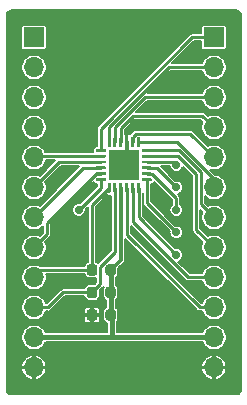
<source format=gbr>
%TF.GenerationSoftware,KiCad,Pcbnew,5.1.6+dfsg1-1*%
%TF.CreationDate,2020-07-12T14:16:47+08:00*%
%TF.ProjectId,gpioexp,6770696f-6578-4702-9e6b-696361645f70,a*%
%TF.SameCoordinates,Original*%
%TF.FileFunction,Copper,L1,Top*%
%TF.FilePolarity,Positive*%
%FSLAX46Y46*%
G04 Gerber Fmt 4.6, Leading zero omitted, Abs format (unit mm)*
G04 Created by KiCad (PCBNEW 5.1.6+dfsg1-1) date 2020-07-12 14:16:47*
%MOMM*%
%LPD*%
G01*
G04 APERTURE LIST*
%TA.AperFunction,SMDPad,CuDef*%
%ADD10R,2.600000X2.600000*%
%TD*%
%TA.AperFunction,ComponentPad*%
%ADD11O,1.700000X1.700000*%
%TD*%
%TA.AperFunction,ComponentPad*%
%ADD12R,1.700000X1.700000*%
%TD*%
%TA.AperFunction,ViaPad*%
%ADD13C,0.700000*%
%TD*%
%TA.AperFunction,Conductor*%
%ADD14C,0.304800*%
%TD*%
%TA.AperFunction,Conductor*%
%ADD15C,0.381000*%
%TD*%
%TA.AperFunction,Conductor*%
%ADD16C,0.228600*%
%TD*%
%TA.AperFunction,Conductor*%
%ADD17C,0.152400*%
%TD*%
G04 APERTURE END LIST*
%TO.P,R2,2*%
%TO.N,SDA*%
%TA.AperFunction,SMDPad,CuDef*%
G36*
G01*
X139985000Y-102613750D02*
X139985000Y-103126250D01*
G75*
G02*
X139766250Y-103345000I-218750J0D01*
G01*
X139328750Y-103345000D01*
G75*
G02*
X139110000Y-103126250I0J218750D01*
G01*
X139110000Y-102613750D01*
G75*
G02*
X139328750Y-102395000I218750J0D01*
G01*
X139766250Y-102395000D01*
G75*
G02*
X139985000Y-102613750I0J-218750D01*
G01*
G37*
%TD.AperFunction*%
%TO.P,R2,1*%
%TO.N,VCC*%
%TA.AperFunction,SMDPad,CuDef*%
G36*
G01*
X141560000Y-102613750D02*
X141560000Y-103126250D01*
G75*
G02*
X141341250Y-103345000I-218750J0D01*
G01*
X140903750Y-103345000D01*
G75*
G02*
X140685000Y-103126250I0J218750D01*
G01*
X140685000Y-102613750D01*
G75*
G02*
X140903750Y-102395000I218750J0D01*
G01*
X141341250Y-102395000D01*
G75*
G02*
X141560000Y-102613750I0J-218750D01*
G01*
G37*
%TD.AperFunction*%
%TD*%
%TO.P,R1,2*%
%TO.N,SCL*%
%TA.AperFunction,SMDPad,CuDef*%
G36*
G01*
X139985000Y-100708750D02*
X139985000Y-101221250D01*
G75*
G02*
X139766250Y-101440000I-218750J0D01*
G01*
X139328750Y-101440000D01*
G75*
G02*
X139110000Y-101221250I0J218750D01*
G01*
X139110000Y-100708750D01*
G75*
G02*
X139328750Y-100490000I218750J0D01*
G01*
X139766250Y-100490000D01*
G75*
G02*
X139985000Y-100708750I0J-218750D01*
G01*
G37*
%TD.AperFunction*%
%TO.P,R1,1*%
%TO.N,VCC*%
%TA.AperFunction,SMDPad,CuDef*%
G36*
G01*
X141560000Y-100708750D02*
X141560000Y-101221250D01*
G75*
G02*
X141341250Y-101440000I-218750J0D01*
G01*
X140903750Y-101440000D01*
G75*
G02*
X140685000Y-101221250I0J218750D01*
G01*
X140685000Y-100708750D01*
G75*
G02*
X140903750Y-100490000I218750J0D01*
G01*
X141341250Y-100490000D01*
G75*
G02*
X141560000Y-100708750I0J-218750D01*
G01*
G37*
%TD.AperFunction*%
%TD*%
D10*
%TO.P,U1,25*%
%TO.N,GND*%
X142240000Y-92075000D03*
%TO.P,U1,24*%
%TO.N,AD1*%
%TA.AperFunction,SMDPad,CuDef*%
G36*
G01*
X143615000Y-93637500D02*
X143615000Y-94387500D01*
G75*
G02*
X143552500Y-94450000I-62500J0D01*
G01*
X143427500Y-94450000D01*
G75*
G02*
X143365000Y-94387500I0J62500D01*
G01*
X143365000Y-93637500D01*
G75*
G02*
X143427500Y-93575000I62500J0D01*
G01*
X143552500Y-93575000D01*
G75*
G02*
X143615000Y-93637500I0J-62500D01*
G01*
G37*
%TD.AperFunction*%
%TO.P,U1,23*%
%TO.N,NRST*%
%TA.AperFunction,SMDPad,CuDef*%
G36*
G01*
X143115000Y-93637500D02*
X143115000Y-94387500D01*
G75*
G02*
X143052500Y-94450000I-62500J0D01*
G01*
X142927500Y-94450000D01*
G75*
G02*
X142865000Y-94387500I0J62500D01*
G01*
X142865000Y-93637500D01*
G75*
G02*
X142927500Y-93575000I62500J0D01*
G01*
X143052500Y-93575000D01*
G75*
G02*
X143115000Y-93637500I0J-62500D01*
G01*
G37*
%TD.AperFunction*%
%TO.P,U1,22*%
%TO.N,INT*%
%TA.AperFunction,SMDPad,CuDef*%
G36*
G01*
X142615000Y-93637500D02*
X142615000Y-94387500D01*
G75*
G02*
X142552500Y-94450000I-62500J0D01*
G01*
X142427500Y-94450000D01*
G75*
G02*
X142365000Y-94387500I0J62500D01*
G01*
X142365000Y-93637500D01*
G75*
G02*
X142427500Y-93575000I62500J0D01*
G01*
X142552500Y-93575000D01*
G75*
G02*
X142615000Y-93637500I0J-62500D01*
G01*
G37*
%TD.AperFunction*%
%TO.P,U1,21*%
%TO.N,VCC*%
%TA.AperFunction,SMDPad,CuDef*%
G36*
G01*
X142115000Y-93637500D02*
X142115000Y-94387500D01*
G75*
G02*
X142052500Y-94450000I-62500J0D01*
G01*
X141927500Y-94450000D01*
G75*
G02*
X141865000Y-94387500I0J62500D01*
G01*
X141865000Y-93637500D01*
G75*
G02*
X141927500Y-93575000I62500J0D01*
G01*
X142052500Y-93575000D01*
G75*
G02*
X142115000Y-93637500I0J-62500D01*
G01*
G37*
%TD.AperFunction*%
%TO.P,U1,20*%
%TO.N,SDA*%
%TA.AperFunction,SMDPad,CuDef*%
G36*
G01*
X141615000Y-93637500D02*
X141615000Y-94387500D01*
G75*
G02*
X141552500Y-94450000I-62500J0D01*
G01*
X141427500Y-94450000D01*
G75*
G02*
X141365000Y-94387500I0J62500D01*
G01*
X141365000Y-93637500D01*
G75*
G02*
X141427500Y-93575000I62500J0D01*
G01*
X141552500Y-93575000D01*
G75*
G02*
X141615000Y-93637500I0J-62500D01*
G01*
G37*
%TD.AperFunction*%
%TO.P,U1,19*%
%TO.N,SCL*%
%TA.AperFunction,SMDPad,CuDef*%
G36*
G01*
X141115000Y-93637500D02*
X141115000Y-94387500D01*
G75*
G02*
X141052500Y-94450000I-62500J0D01*
G01*
X140927500Y-94450000D01*
G75*
G02*
X140865000Y-94387500I0J62500D01*
G01*
X140865000Y-93637500D01*
G75*
G02*
X140927500Y-93575000I62500J0D01*
G01*
X141052500Y-93575000D01*
G75*
G02*
X141115000Y-93637500I0J-62500D01*
G01*
G37*
%TD.AperFunction*%
%TO.P,U1,18*%
%TO.N,AD0*%
%TA.AperFunction,SMDPad,CuDef*%
G36*
G01*
X140740000Y-93262500D02*
X140740000Y-93387500D01*
G75*
G02*
X140677500Y-93450000I-62500J0D01*
G01*
X139927500Y-93450000D01*
G75*
G02*
X139865000Y-93387500I0J62500D01*
G01*
X139865000Y-93262500D01*
G75*
G02*
X139927500Y-93200000I62500J0D01*
G01*
X140677500Y-93200000D01*
G75*
G02*
X140740000Y-93262500I0J-62500D01*
G01*
G37*
%TD.AperFunction*%
%TO.P,U1,17*%
%TO.N,P1_7*%
%TA.AperFunction,SMDPad,CuDef*%
G36*
G01*
X140740000Y-92762500D02*
X140740000Y-92887500D01*
G75*
G02*
X140677500Y-92950000I-62500J0D01*
G01*
X139927500Y-92950000D01*
G75*
G02*
X139865000Y-92887500I0J62500D01*
G01*
X139865000Y-92762500D01*
G75*
G02*
X139927500Y-92700000I62500J0D01*
G01*
X140677500Y-92700000D01*
G75*
G02*
X140740000Y-92762500I0J-62500D01*
G01*
G37*
%TD.AperFunction*%
%TO.P,U1,16*%
%TO.N,P1_6*%
%TA.AperFunction,SMDPad,CuDef*%
G36*
G01*
X140740000Y-92262500D02*
X140740000Y-92387500D01*
G75*
G02*
X140677500Y-92450000I-62500J0D01*
G01*
X139927500Y-92450000D01*
G75*
G02*
X139865000Y-92387500I0J62500D01*
G01*
X139865000Y-92262500D01*
G75*
G02*
X139927500Y-92200000I62500J0D01*
G01*
X140677500Y-92200000D01*
G75*
G02*
X140740000Y-92262500I0J-62500D01*
G01*
G37*
%TD.AperFunction*%
%TO.P,U1,15*%
%TO.N,P1_5*%
%TA.AperFunction,SMDPad,CuDef*%
G36*
G01*
X140740000Y-91762500D02*
X140740000Y-91887500D01*
G75*
G02*
X140677500Y-91950000I-62500J0D01*
G01*
X139927500Y-91950000D01*
G75*
G02*
X139865000Y-91887500I0J62500D01*
G01*
X139865000Y-91762500D01*
G75*
G02*
X139927500Y-91700000I62500J0D01*
G01*
X140677500Y-91700000D01*
G75*
G02*
X140740000Y-91762500I0J-62500D01*
G01*
G37*
%TD.AperFunction*%
%TO.P,U1,14*%
%TO.N,P1_4*%
%TA.AperFunction,SMDPad,CuDef*%
G36*
G01*
X140740000Y-91262500D02*
X140740000Y-91387500D01*
G75*
G02*
X140677500Y-91450000I-62500J0D01*
G01*
X139927500Y-91450000D01*
G75*
G02*
X139865000Y-91387500I0J62500D01*
G01*
X139865000Y-91262500D01*
G75*
G02*
X139927500Y-91200000I62500J0D01*
G01*
X140677500Y-91200000D01*
G75*
G02*
X140740000Y-91262500I0J-62500D01*
G01*
G37*
%TD.AperFunction*%
%TO.P,U1,13*%
%TO.N,P0_7*%
%TA.AperFunction,SMDPad,CuDef*%
G36*
G01*
X140740000Y-90762500D02*
X140740000Y-90887500D01*
G75*
G02*
X140677500Y-90950000I-62500J0D01*
G01*
X139927500Y-90950000D01*
G75*
G02*
X139865000Y-90887500I0J62500D01*
G01*
X139865000Y-90762500D01*
G75*
G02*
X139927500Y-90700000I62500J0D01*
G01*
X140677500Y-90700000D01*
G75*
G02*
X140740000Y-90762500I0J-62500D01*
G01*
G37*
%TD.AperFunction*%
%TO.P,U1,12*%
%TO.N,P0_6*%
%TA.AperFunction,SMDPad,CuDef*%
G36*
G01*
X141115000Y-89762500D02*
X141115000Y-90512500D01*
G75*
G02*
X141052500Y-90575000I-62500J0D01*
G01*
X140927500Y-90575000D01*
G75*
G02*
X140865000Y-90512500I0J62500D01*
G01*
X140865000Y-89762500D01*
G75*
G02*
X140927500Y-89700000I62500J0D01*
G01*
X141052500Y-89700000D01*
G75*
G02*
X141115000Y-89762500I0J-62500D01*
G01*
G37*
%TD.AperFunction*%
%TO.P,U1,11*%
%TO.N,P0_5*%
%TA.AperFunction,SMDPad,CuDef*%
G36*
G01*
X141615000Y-89762500D02*
X141615000Y-90512500D01*
G75*
G02*
X141552500Y-90575000I-62500J0D01*
G01*
X141427500Y-90575000D01*
G75*
G02*
X141365000Y-90512500I0J62500D01*
G01*
X141365000Y-89762500D01*
G75*
G02*
X141427500Y-89700000I62500J0D01*
G01*
X141552500Y-89700000D01*
G75*
G02*
X141615000Y-89762500I0J-62500D01*
G01*
G37*
%TD.AperFunction*%
%TO.P,U1,10*%
%TO.N,P0_4*%
%TA.AperFunction,SMDPad,CuDef*%
G36*
G01*
X142115000Y-89762500D02*
X142115000Y-90512500D01*
G75*
G02*
X142052500Y-90575000I-62500J0D01*
G01*
X141927500Y-90575000D01*
G75*
G02*
X141865000Y-90512500I0J62500D01*
G01*
X141865000Y-89762500D01*
G75*
G02*
X141927500Y-89700000I62500J0D01*
G01*
X142052500Y-89700000D01*
G75*
G02*
X142115000Y-89762500I0J-62500D01*
G01*
G37*
%TD.AperFunction*%
%TO.P,U1,9*%
%TO.N,GND*%
%TA.AperFunction,SMDPad,CuDef*%
G36*
G01*
X142615000Y-89762500D02*
X142615000Y-90512500D01*
G75*
G02*
X142552500Y-90575000I-62500J0D01*
G01*
X142427500Y-90575000D01*
G75*
G02*
X142365000Y-90512500I0J62500D01*
G01*
X142365000Y-89762500D01*
G75*
G02*
X142427500Y-89700000I62500J0D01*
G01*
X142552500Y-89700000D01*
G75*
G02*
X142615000Y-89762500I0J-62500D01*
G01*
G37*
%TD.AperFunction*%
%TO.P,U1,8*%
%TO.N,P0_3*%
%TA.AperFunction,SMDPad,CuDef*%
G36*
G01*
X143115000Y-89762500D02*
X143115000Y-90512500D01*
G75*
G02*
X143052500Y-90575000I-62500J0D01*
G01*
X142927500Y-90575000D01*
G75*
G02*
X142865000Y-90512500I0J62500D01*
G01*
X142865000Y-89762500D01*
G75*
G02*
X142927500Y-89700000I62500J0D01*
G01*
X143052500Y-89700000D01*
G75*
G02*
X143115000Y-89762500I0J-62500D01*
G01*
G37*
%TD.AperFunction*%
%TO.P,U1,7*%
%TO.N,P0_2*%
%TA.AperFunction,SMDPad,CuDef*%
G36*
G01*
X143615000Y-89762500D02*
X143615000Y-90512500D01*
G75*
G02*
X143552500Y-90575000I-62500J0D01*
G01*
X143427500Y-90575000D01*
G75*
G02*
X143365000Y-90512500I0J62500D01*
G01*
X143365000Y-89762500D01*
G75*
G02*
X143427500Y-89700000I62500J0D01*
G01*
X143552500Y-89700000D01*
G75*
G02*
X143615000Y-89762500I0J-62500D01*
G01*
G37*
%TD.AperFunction*%
%TO.P,U1,6*%
%TO.N,P0_1*%
%TA.AperFunction,SMDPad,CuDef*%
G36*
G01*
X144615000Y-90762500D02*
X144615000Y-90887500D01*
G75*
G02*
X144552500Y-90950000I-62500J0D01*
G01*
X143802500Y-90950000D01*
G75*
G02*
X143740000Y-90887500I0J62500D01*
G01*
X143740000Y-90762500D01*
G75*
G02*
X143802500Y-90700000I62500J0D01*
G01*
X144552500Y-90700000D01*
G75*
G02*
X144615000Y-90762500I0J-62500D01*
G01*
G37*
%TD.AperFunction*%
%TO.P,U1,5*%
%TO.N,P0_0*%
%TA.AperFunction,SMDPad,CuDef*%
G36*
G01*
X144615000Y-91262500D02*
X144615000Y-91387500D01*
G75*
G02*
X144552500Y-91450000I-62500J0D01*
G01*
X143802500Y-91450000D01*
G75*
G02*
X143740000Y-91387500I0J62500D01*
G01*
X143740000Y-91262500D01*
G75*
G02*
X143802500Y-91200000I62500J0D01*
G01*
X144552500Y-91200000D01*
G75*
G02*
X144615000Y-91262500I0J-62500D01*
G01*
G37*
%TD.AperFunction*%
%TO.P,U1,4*%
%TO.N,P1_3*%
%TA.AperFunction,SMDPad,CuDef*%
G36*
G01*
X144615000Y-91762500D02*
X144615000Y-91887500D01*
G75*
G02*
X144552500Y-91950000I-62500J0D01*
G01*
X143802500Y-91950000D01*
G75*
G02*
X143740000Y-91887500I0J62500D01*
G01*
X143740000Y-91762500D01*
G75*
G02*
X143802500Y-91700000I62500J0D01*
G01*
X144552500Y-91700000D01*
G75*
G02*
X144615000Y-91762500I0J-62500D01*
G01*
G37*
%TD.AperFunction*%
%TO.P,U1,3*%
%TO.N,P1_2*%
%TA.AperFunction,SMDPad,CuDef*%
G36*
G01*
X144615000Y-92262500D02*
X144615000Y-92387500D01*
G75*
G02*
X144552500Y-92450000I-62500J0D01*
G01*
X143802500Y-92450000D01*
G75*
G02*
X143740000Y-92387500I0J62500D01*
G01*
X143740000Y-92262500D01*
G75*
G02*
X143802500Y-92200000I62500J0D01*
G01*
X144552500Y-92200000D01*
G75*
G02*
X144615000Y-92262500I0J-62500D01*
G01*
G37*
%TD.AperFunction*%
%TO.P,U1,2*%
%TO.N,P1_1*%
%TA.AperFunction,SMDPad,CuDef*%
G36*
G01*
X144615000Y-92762500D02*
X144615000Y-92887500D01*
G75*
G02*
X144552500Y-92950000I-62500J0D01*
G01*
X143802500Y-92950000D01*
G75*
G02*
X143740000Y-92887500I0J62500D01*
G01*
X143740000Y-92762500D01*
G75*
G02*
X143802500Y-92700000I62500J0D01*
G01*
X144552500Y-92700000D01*
G75*
G02*
X144615000Y-92762500I0J-62500D01*
G01*
G37*
%TD.AperFunction*%
%TO.P,U1,1*%
%TO.N,P1_0*%
%TA.AperFunction,SMDPad,CuDef*%
G36*
G01*
X144615000Y-93262500D02*
X144615000Y-93387500D01*
G75*
G02*
X144552500Y-93450000I-62500J0D01*
G01*
X143802500Y-93450000D01*
G75*
G02*
X143740000Y-93387500I0J62500D01*
G01*
X143740000Y-93262500D01*
G75*
G02*
X143802500Y-93200000I62500J0D01*
G01*
X144552500Y-93200000D01*
G75*
G02*
X144615000Y-93262500I0J-62500D01*
G01*
G37*
%TD.AperFunction*%
%TD*%
D11*
%TO.P,J2,12*%
%TO.N,GND*%
X149860000Y-109220000D03*
%TO.P,J2,11*%
%TO.N,VCC*%
X149860000Y-106680000D03*
%TO.P,J2,10*%
%TO.N,INT*%
X149860000Y-104140000D03*
%TO.P,J2,9*%
%TO.N,NRST*%
X149860000Y-101600000D03*
%TO.P,J2,8*%
%TO.N,P0_0*%
X149860000Y-99060000D03*
%TO.P,J2,7*%
%TO.N,P0_1*%
X149860000Y-96520000D03*
%TO.P,J2,6*%
%TO.N,P0_2*%
X149860000Y-93980000D03*
%TO.P,J2,5*%
%TO.N,P0_3*%
X149860000Y-91440000D03*
%TO.P,J2,4*%
%TO.N,P0_4*%
X149860000Y-88900000D03*
%TO.P,J2,3*%
%TO.N,P0_5*%
X149860000Y-86360000D03*
%TO.P,J2,2*%
%TO.N,P0_6*%
X149860000Y-83820000D03*
D12*
%TO.P,J2,1*%
%TO.N,P0_7*%
X149860000Y-81280000D03*
%TD*%
D11*
%TO.P,J1,12*%
%TO.N,GND*%
X134620000Y-109220000D03*
%TO.P,J1,11*%
%TO.N,VCC*%
X134620000Y-106680000D03*
%TO.P,J1,10*%
%TO.N,SDA*%
X134620000Y-104140000D03*
%TO.P,J1,9*%
%TO.N,SCL*%
X134620000Y-101600000D03*
%TO.P,J1,8*%
%TO.N,P1_7*%
X134620000Y-99060000D03*
%TO.P,J1,7*%
%TO.N,P1_6*%
X134620000Y-96520000D03*
%TO.P,J1,6*%
%TO.N,P1_5*%
X134620000Y-93980000D03*
%TO.P,J1,5*%
%TO.N,P1_4*%
X134620000Y-91440000D03*
%TO.P,J1,4*%
%TO.N,P1_3*%
X134620000Y-88900000D03*
%TO.P,J1,3*%
%TO.N,P1_2*%
X134620000Y-86360000D03*
%TO.P,J1,2*%
%TO.N,P1_1*%
X134620000Y-83820000D03*
D12*
%TO.P,J1,1*%
%TO.N,P1_0*%
X134620000Y-81280000D03*
%TD*%
%TO.P,C1,2*%
%TO.N,GND*%
%TA.AperFunction,SMDPad,CuDef*%
G36*
G01*
X139985000Y-104518750D02*
X139985000Y-105031250D01*
G75*
G02*
X139766250Y-105250000I-218750J0D01*
G01*
X139328750Y-105250000D01*
G75*
G02*
X139110000Y-105031250I0J218750D01*
G01*
X139110000Y-104518750D01*
G75*
G02*
X139328750Y-104300000I218750J0D01*
G01*
X139766250Y-104300000D01*
G75*
G02*
X139985000Y-104518750I0J-218750D01*
G01*
G37*
%TD.AperFunction*%
%TO.P,C1,1*%
%TO.N,VCC*%
%TA.AperFunction,SMDPad,CuDef*%
G36*
G01*
X141560000Y-104518750D02*
X141560000Y-105031250D01*
G75*
G02*
X141341250Y-105250000I-218750J0D01*
G01*
X140903750Y-105250000D01*
G75*
G02*
X140685000Y-105031250I0J218750D01*
G01*
X140685000Y-104518750D01*
G75*
G02*
X140903750Y-104300000I218750J0D01*
G01*
X141341250Y-104300000D01*
G75*
G02*
X141560000Y-104518750I0J-218750D01*
G01*
G37*
%TD.AperFunction*%
%TD*%
D13*
%TO.N,GND*%
X142240000Y-92075000D03*
X140335000Y-95885000D03*
X142240000Y-80010000D03*
X144780000Y-80010000D03*
X139700000Y-80010000D03*
X137160000Y-80010000D03*
X147320000Y-80010000D03*
X144145000Y-101600000D03*
X144145000Y-103505000D03*
X147320000Y-110490000D03*
X145415000Y-110490000D03*
X139065000Y-110490000D03*
X137160000Y-110490000D03*
X138430000Y-97790000D03*
%TO.N,AD0*%
X138430000Y-95885000D03*
%TO.N,AD1*%
X146685000Y-99695000D03*
%TO.N,P1_3*%
X146685000Y-92075000D03*
%TO.N,P1_2*%
X146685000Y-93980000D03*
%TO.N,P1_1*%
X146685000Y-95885000D03*
%TO.N,P1_0*%
X146685000Y-97790000D03*
%TD*%
D14*
%TO.N,GND*%
X142490000Y-91825000D02*
X142240000Y-92075000D01*
X142490000Y-90137500D02*
X142490000Y-91825000D01*
D15*
%TO.N,VCC*%
X141250000Y-104902500D02*
X141122500Y-104775000D01*
X141250000Y-106680000D02*
X141250000Y-104902500D01*
X134620000Y-106680000D02*
X141250000Y-106680000D01*
X141250000Y-106680000D02*
X149860000Y-106680000D01*
X141122500Y-104775000D02*
X141122500Y-102870000D01*
X141122500Y-102870000D02*
X141122500Y-100965000D01*
D14*
X141990000Y-100097500D02*
X141122500Y-100965000D01*
X141990000Y-94012500D02*
X141990000Y-100097500D01*
D16*
%TO.N,AD0*%
X140302500Y-94012500D02*
X138430000Y-95885000D01*
X140302500Y-93325000D02*
X140302500Y-94012500D01*
%TO.N,AD1*%
X143490000Y-96500000D02*
X146685000Y-99695000D01*
X143490000Y-94012500D02*
X143490000Y-96500000D01*
%TO.N,SCL*%
X135255000Y-100965000D02*
X134620000Y-101600000D01*
X139547500Y-100965000D02*
X135255000Y-100965000D01*
X140990000Y-94012500D02*
X139547500Y-95455000D01*
X139547500Y-95455000D02*
X139547500Y-100965000D01*
%TO.N,SDA*%
X140251710Y-100674244D02*
X140251710Y-102165790D01*
X141490000Y-94012500D02*
X141490000Y-99435954D01*
X140251710Y-102165790D02*
X139547500Y-102870000D01*
X141490000Y-99435954D02*
X140251710Y-100674244D01*
X139547500Y-102870000D02*
X137130000Y-102870000D01*
X135860000Y-104140000D02*
X134620000Y-104140000D01*
X137130000Y-102870000D02*
X135860000Y-104140000D01*
%TO.N,NRST*%
X147677280Y-101600000D02*
X149860000Y-101600000D01*
X142990000Y-94012500D02*
X142990000Y-96912720D01*
X142990000Y-96912720D02*
X147677280Y-101600000D01*
%TO.N,INT*%
X142490000Y-94012500D02*
X142490000Y-97972081D01*
X142490000Y-97972081D02*
X148657919Y-104140000D01*
X148657919Y-104140000D02*
X149860000Y-104140000D01*
%TO.N,P1_7*%
X135736701Y-97943299D02*
X134620000Y-99060000D01*
X135736701Y-96953299D02*
X135736701Y-97943299D01*
X139865000Y-92825000D02*
X135736701Y-96953299D01*
X140302500Y-92825000D02*
X139865000Y-92825000D01*
%TO.N,P1_6*%
X138815000Y-92325000D02*
X134620000Y-96520000D01*
X140302500Y-92325000D02*
X138815000Y-92325000D01*
%TO.N,P1_5*%
X136775000Y-91825000D02*
X134620000Y-93980000D01*
X140302500Y-91825000D02*
X136775000Y-91825000D01*
%TO.N,P1_4*%
X134735000Y-91325000D02*
X134620000Y-91440000D01*
X140302500Y-91325000D02*
X134735000Y-91325000D01*
%TO.N,P0_7*%
X148033510Y-81280000D02*
X149860000Y-81280000D01*
X140302500Y-90825000D02*
X140302500Y-89011010D01*
X140302500Y-89011010D02*
X148033510Y-81280000D01*
%TO.N,P0_6*%
X140990000Y-90137500D02*
X140990000Y-88862340D01*
X140990000Y-88862340D02*
X146032340Y-83820000D01*
X146032340Y-83820000D02*
X149860000Y-83820000D01*
%TO.N,P0_5*%
X141490000Y-90137500D02*
X141490000Y-88901170D01*
X144031170Y-86360000D02*
X149860000Y-86360000D01*
X141490000Y-88901170D02*
X144031170Y-86360000D01*
%TO.N,P0_4*%
X149860000Y-88900000D02*
X148900000Y-87940000D01*
X148900000Y-87940000D02*
X142990000Y-87940000D01*
X141990000Y-88940000D02*
X141990000Y-90137500D01*
X142990000Y-87940000D02*
X141990000Y-88940000D01*
%TO.N,P0_3*%
X147853290Y-89433290D02*
X149860000Y-91440000D01*
X142990000Y-89700000D02*
X143256710Y-89433290D01*
X143256710Y-89433290D02*
X147853290Y-89433290D01*
X142990000Y-90137500D02*
X142990000Y-89700000D01*
%TO.N,P0_2*%
X149860000Y-93259622D02*
X149860000Y-93980000D01*
X146737878Y-90137500D02*
X149860000Y-93259622D01*
X143490000Y-90137500D02*
X146737878Y-90137500D01*
%TO.N,P0_1*%
X148743299Y-95403299D02*
X149860000Y-96520000D01*
X148743299Y-92681751D02*
X148743299Y-95403299D01*
X144177500Y-90825000D02*
X146886548Y-90825000D01*
X146886548Y-90825000D02*
X148743299Y-92681751D01*
%TO.N,P0_0*%
X146847718Y-91325000D02*
X148362288Y-92839570D01*
X148362288Y-97562288D02*
X149860000Y-99060000D01*
X144177500Y-91325000D02*
X146847718Y-91325000D01*
X148362288Y-92839570D02*
X148362288Y-97562288D01*
%TO.N,P1_3*%
X146435000Y-91825000D02*
X146685000Y-92075000D01*
X144177500Y-91825000D02*
X146435000Y-91825000D01*
%TO.N,P1_2*%
X145030000Y-92325000D02*
X146685000Y-93980000D01*
X144177500Y-92325000D02*
X145030000Y-92325000D01*
%TO.N,P1_1*%
X146685000Y-94895000D02*
X146685000Y-95885000D01*
X144615000Y-92825000D02*
X146685000Y-94895000D01*
X144177500Y-92825000D02*
X144615000Y-92825000D01*
%TO.N,P1_0*%
X144177500Y-95282500D02*
X146685000Y-97790000D01*
X144177500Y-93325000D02*
X144177500Y-95282500D01*
%TD*%
D17*
%TO.N,GND*%
G36*
X151838847Y-79002057D02*
G01*
X151909878Y-79023502D01*
X151975392Y-79058337D01*
X152032892Y-79105234D01*
X152080187Y-79162404D01*
X152115477Y-79227672D01*
X152137418Y-79298554D01*
X152146400Y-79384005D01*
X152146401Y-111112585D01*
X152137943Y-111198848D01*
X152116499Y-111269875D01*
X152081665Y-111335389D01*
X152034768Y-111392890D01*
X151977598Y-111440186D01*
X151912328Y-111475477D01*
X151841446Y-111497418D01*
X151755995Y-111506400D01*
X132727405Y-111506400D01*
X132641152Y-111497943D01*
X132570125Y-111476499D01*
X132504611Y-111441665D01*
X132447110Y-111394768D01*
X132399814Y-111337598D01*
X132364523Y-111272328D01*
X132342582Y-111201446D01*
X132333600Y-111115995D01*
X132333600Y-109463570D01*
X133569261Y-109463570D01*
X133611019Y-109601240D01*
X133704783Y-109790757D01*
X133833718Y-109958340D01*
X133992869Y-110097549D01*
X134176120Y-110203034D01*
X134376429Y-110270742D01*
X134543800Y-110238759D01*
X134543800Y-109296200D01*
X134696200Y-109296200D01*
X134696200Y-110238759D01*
X134863571Y-110270742D01*
X135063880Y-110203034D01*
X135247131Y-110097549D01*
X135406282Y-109958340D01*
X135535217Y-109790757D01*
X135628981Y-109601240D01*
X135670739Y-109463570D01*
X148809261Y-109463570D01*
X148851019Y-109601240D01*
X148944783Y-109790757D01*
X149073718Y-109958340D01*
X149232869Y-110097549D01*
X149416120Y-110203034D01*
X149616429Y-110270742D01*
X149783800Y-110238759D01*
X149783800Y-109296200D01*
X149936200Y-109296200D01*
X149936200Y-110238759D01*
X150103571Y-110270742D01*
X150303880Y-110203034D01*
X150487131Y-110097549D01*
X150646282Y-109958340D01*
X150775217Y-109790757D01*
X150868981Y-109601240D01*
X150910739Y-109463570D01*
X150878604Y-109296200D01*
X149936200Y-109296200D01*
X149783800Y-109296200D01*
X148841396Y-109296200D01*
X148809261Y-109463570D01*
X135670739Y-109463570D01*
X135638604Y-109296200D01*
X134696200Y-109296200D01*
X134543800Y-109296200D01*
X133601396Y-109296200D01*
X133569261Y-109463570D01*
X132333600Y-109463570D01*
X132333600Y-108976430D01*
X133569261Y-108976430D01*
X133601396Y-109143800D01*
X134543800Y-109143800D01*
X134543800Y-108201241D01*
X134696200Y-108201241D01*
X134696200Y-109143800D01*
X135638604Y-109143800D01*
X135670739Y-108976430D01*
X148809261Y-108976430D01*
X148841396Y-109143800D01*
X149783800Y-109143800D01*
X149783800Y-108201241D01*
X149936200Y-108201241D01*
X149936200Y-109143800D01*
X150878604Y-109143800D01*
X150910739Y-108976430D01*
X150868981Y-108838760D01*
X150775217Y-108649243D01*
X150646282Y-108481660D01*
X150487131Y-108342451D01*
X150303880Y-108236966D01*
X150103571Y-108169258D01*
X149936200Y-108201241D01*
X149783800Y-108201241D01*
X149616429Y-108169258D01*
X149416120Y-108236966D01*
X149232869Y-108342451D01*
X149073718Y-108481660D01*
X148944783Y-108649243D01*
X148851019Y-108838760D01*
X148809261Y-108976430D01*
X135670739Y-108976430D01*
X135628981Y-108838760D01*
X135535217Y-108649243D01*
X135406282Y-108481660D01*
X135247131Y-108342451D01*
X135063880Y-108236966D01*
X134863571Y-108169258D01*
X134696200Y-108201241D01*
X134543800Y-108201241D01*
X134376429Y-108169258D01*
X134176120Y-108236966D01*
X133992869Y-108342451D01*
X133833718Y-108481660D01*
X133704783Y-108649243D01*
X133611019Y-108838760D01*
X133569261Y-108976430D01*
X132333600Y-108976430D01*
X132333600Y-105250000D01*
X138880294Y-105250000D01*
X138884708Y-105294813D01*
X138897779Y-105337905D01*
X138919006Y-105377618D01*
X138947573Y-105412427D01*
X138982382Y-105440994D01*
X139022095Y-105462221D01*
X139065187Y-105475292D01*
X139110000Y-105479706D01*
X139414150Y-105478600D01*
X139471300Y-105421450D01*
X139471300Y-104851200D01*
X139623700Y-104851200D01*
X139623700Y-105421450D01*
X139680850Y-105478600D01*
X139985000Y-105479706D01*
X140029813Y-105475292D01*
X140072905Y-105462221D01*
X140112618Y-105440994D01*
X140147427Y-105412427D01*
X140175994Y-105377618D01*
X140197221Y-105337905D01*
X140210292Y-105294813D01*
X140214706Y-105250000D01*
X140213600Y-104908350D01*
X140156450Y-104851200D01*
X139623700Y-104851200D01*
X139471300Y-104851200D01*
X138938550Y-104851200D01*
X138881400Y-104908350D01*
X138880294Y-105250000D01*
X132333600Y-105250000D01*
X132333600Y-91333767D01*
X133541400Y-91333767D01*
X133541400Y-91546233D01*
X133582850Y-91754616D01*
X133664157Y-91950909D01*
X133782197Y-92127567D01*
X133932433Y-92277803D01*
X134109091Y-92395843D01*
X134305384Y-92477150D01*
X134513767Y-92518600D01*
X134726233Y-92518600D01*
X134934616Y-92477150D01*
X135130909Y-92395843D01*
X135307567Y-92277803D01*
X135457803Y-92127567D01*
X135575843Y-91950909D01*
X135657150Y-91754616D01*
X135674399Y-91667900D01*
X136447166Y-91667900D01*
X135102625Y-93012441D01*
X134934616Y-92942850D01*
X134726233Y-92901400D01*
X134513767Y-92901400D01*
X134305384Y-92942850D01*
X134109091Y-93024157D01*
X133932433Y-93142197D01*
X133782197Y-93292433D01*
X133664157Y-93469091D01*
X133582850Y-93665384D01*
X133541400Y-93873767D01*
X133541400Y-94086233D01*
X133582850Y-94294616D01*
X133664157Y-94490909D01*
X133782197Y-94667567D01*
X133932433Y-94817803D01*
X134109091Y-94935843D01*
X134305384Y-95017150D01*
X134513767Y-95058600D01*
X134726233Y-95058600D01*
X134934616Y-95017150D01*
X135130909Y-94935843D01*
X135307567Y-94817803D01*
X135457803Y-94667567D01*
X135575843Y-94490909D01*
X135657150Y-94294616D01*
X135698600Y-94086233D01*
X135698600Y-93873767D01*
X135657150Y-93665384D01*
X135587559Y-93497375D01*
X136917034Y-92167900D01*
X138487166Y-92167900D01*
X135102625Y-95552442D01*
X134934616Y-95482850D01*
X134726233Y-95441400D01*
X134513767Y-95441400D01*
X134305384Y-95482850D01*
X134109091Y-95564157D01*
X133932433Y-95682197D01*
X133782197Y-95832433D01*
X133664157Y-96009091D01*
X133582850Y-96205384D01*
X133541400Y-96413767D01*
X133541400Y-96626233D01*
X133582850Y-96834616D01*
X133664157Y-97030909D01*
X133782197Y-97207567D01*
X133932433Y-97357803D01*
X134109091Y-97475843D01*
X134305384Y-97557150D01*
X134513767Y-97598600D01*
X134726233Y-97598600D01*
X134934616Y-97557150D01*
X135130909Y-97475843D01*
X135307567Y-97357803D01*
X135393801Y-97271569D01*
X135393802Y-97801265D01*
X135102625Y-98092442D01*
X134934616Y-98022850D01*
X134726233Y-97981400D01*
X134513767Y-97981400D01*
X134305384Y-98022850D01*
X134109091Y-98104157D01*
X133932433Y-98222197D01*
X133782197Y-98372433D01*
X133664157Y-98549091D01*
X133582850Y-98745384D01*
X133541400Y-98953767D01*
X133541400Y-99166233D01*
X133582850Y-99374616D01*
X133664157Y-99570909D01*
X133782197Y-99747567D01*
X133932433Y-99897803D01*
X134109091Y-100015843D01*
X134305384Y-100097150D01*
X134513767Y-100138600D01*
X134726233Y-100138600D01*
X134934616Y-100097150D01*
X135130909Y-100015843D01*
X135307567Y-99897803D01*
X135457803Y-99747567D01*
X135575843Y-99570909D01*
X135657150Y-99374616D01*
X135698600Y-99166233D01*
X135698600Y-98953767D01*
X135657150Y-98745384D01*
X135587558Y-98577375D01*
X135967253Y-98197680D01*
X135980341Y-98186939D01*
X136023191Y-98134726D01*
X136055032Y-98075156D01*
X136074639Y-98010519D01*
X136079601Y-97960142D01*
X136081260Y-97943299D01*
X136079601Y-97926456D01*
X136079601Y-97095332D01*
X139663833Y-93511101D01*
X139684540Y-93549841D01*
X139720879Y-93594121D01*
X139765159Y-93630460D01*
X139815678Y-93657463D01*
X139870493Y-93674091D01*
X139927500Y-93679706D01*
X139959601Y-93679706D01*
X139959601Y-93870465D01*
X138517581Y-95312485D01*
X138486987Y-95306400D01*
X138373013Y-95306400D01*
X138261228Y-95328635D01*
X138155930Y-95372251D01*
X138061164Y-95435572D01*
X137980572Y-95516164D01*
X137917251Y-95610930D01*
X137873635Y-95716228D01*
X137851400Y-95828013D01*
X137851400Y-95941987D01*
X137873635Y-96053772D01*
X137917251Y-96159070D01*
X137980572Y-96253836D01*
X138061164Y-96334428D01*
X138155930Y-96397749D01*
X138261228Y-96441365D01*
X138373013Y-96463600D01*
X138486987Y-96463600D01*
X138598772Y-96441365D01*
X138704070Y-96397749D01*
X138798836Y-96334428D01*
X138879428Y-96253836D01*
X138942749Y-96159070D01*
X138986365Y-96053772D01*
X139008600Y-95941987D01*
X139008600Y-95828013D01*
X139002515Y-95797419D01*
X139204600Y-95595333D01*
X139204601Y-100280032D01*
X139157133Y-100294431D01*
X139079601Y-100335872D01*
X139011644Y-100391644D01*
X138955872Y-100459601D01*
X138914431Y-100537133D01*
X138888911Y-100621261D01*
X138888828Y-100622100D01*
X135271843Y-100622100D01*
X135255000Y-100620441D01*
X135238157Y-100622100D01*
X135187780Y-100627062D01*
X135131070Y-100644264D01*
X135130909Y-100644157D01*
X134934616Y-100562850D01*
X134726233Y-100521400D01*
X134513767Y-100521400D01*
X134305384Y-100562850D01*
X134109091Y-100644157D01*
X133932433Y-100762197D01*
X133782197Y-100912433D01*
X133664157Y-101089091D01*
X133582850Y-101285384D01*
X133541400Y-101493767D01*
X133541400Y-101706233D01*
X133582850Y-101914616D01*
X133664157Y-102110909D01*
X133782197Y-102287567D01*
X133932433Y-102437803D01*
X134109091Y-102555843D01*
X134305384Y-102637150D01*
X134513767Y-102678600D01*
X134726233Y-102678600D01*
X134934616Y-102637150D01*
X135130909Y-102555843D01*
X135307567Y-102437803D01*
X135457803Y-102287567D01*
X135575843Y-102110909D01*
X135657150Y-101914616D01*
X135698600Y-101706233D01*
X135698600Y-101493767D01*
X135661629Y-101307900D01*
X138888828Y-101307900D01*
X138888911Y-101308739D01*
X138914431Y-101392867D01*
X138955872Y-101470399D01*
X139011644Y-101538356D01*
X139079601Y-101594128D01*
X139157133Y-101635569D01*
X139241261Y-101661089D01*
X139328750Y-101669706D01*
X139766250Y-101669706D01*
X139853739Y-101661089D01*
X139908811Y-101644383D01*
X139908811Y-102023755D01*
X139767181Y-102165386D01*
X139766250Y-102165294D01*
X139328750Y-102165294D01*
X139241261Y-102173911D01*
X139157133Y-102199431D01*
X139079601Y-102240872D01*
X139011644Y-102296644D01*
X138955872Y-102364601D01*
X138914431Y-102442133D01*
X138888911Y-102526261D01*
X138888828Y-102527100D01*
X137146834Y-102527100D01*
X137129999Y-102525442D01*
X137113164Y-102527100D01*
X137113157Y-102527100D01*
X137062780Y-102532062D01*
X136998143Y-102551669D01*
X136938573Y-102583510D01*
X136886360Y-102626360D01*
X136875623Y-102639443D01*
X135717967Y-103797100D01*
X135645434Y-103797100D01*
X135575843Y-103629091D01*
X135457803Y-103452433D01*
X135307567Y-103302197D01*
X135130909Y-103184157D01*
X134934616Y-103102850D01*
X134726233Y-103061400D01*
X134513767Y-103061400D01*
X134305384Y-103102850D01*
X134109091Y-103184157D01*
X133932433Y-103302197D01*
X133782197Y-103452433D01*
X133664157Y-103629091D01*
X133582850Y-103825384D01*
X133541400Y-104033767D01*
X133541400Y-104246233D01*
X133582850Y-104454616D01*
X133664157Y-104650909D01*
X133782197Y-104827567D01*
X133932433Y-104977803D01*
X134109091Y-105095843D01*
X134305384Y-105177150D01*
X134513767Y-105218600D01*
X134726233Y-105218600D01*
X134934616Y-105177150D01*
X135130909Y-105095843D01*
X135307567Y-104977803D01*
X135457803Y-104827567D01*
X135575843Y-104650909D01*
X135645434Y-104482900D01*
X135843165Y-104482900D01*
X135860000Y-104484558D01*
X135876835Y-104482900D01*
X135876843Y-104482900D01*
X135927220Y-104477938D01*
X135991857Y-104458331D01*
X136051427Y-104426490D01*
X136103640Y-104383640D01*
X136114381Y-104370552D01*
X136184933Y-104300000D01*
X138880294Y-104300000D01*
X138881400Y-104641650D01*
X138938550Y-104698800D01*
X139471300Y-104698800D01*
X139471300Y-104128550D01*
X139623700Y-104128550D01*
X139623700Y-104698800D01*
X140156450Y-104698800D01*
X140213600Y-104641650D01*
X140214706Y-104300000D01*
X140210292Y-104255187D01*
X140197221Y-104212095D01*
X140175994Y-104172382D01*
X140147427Y-104137573D01*
X140112618Y-104109006D01*
X140072905Y-104087779D01*
X140029813Y-104074708D01*
X139985000Y-104070294D01*
X139680850Y-104071400D01*
X139623700Y-104128550D01*
X139471300Y-104128550D01*
X139414150Y-104071400D01*
X139110000Y-104070294D01*
X139065187Y-104074708D01*
X139022095Y-104087779D01*
X138982382Y-104109006D01*
X138947573Y-104137573D01*
X138919006Y-104172382D01*
X138897779Y-104212095D01*
X138884708Y-104255187D01*
X138880294Y-104300000D01*
X136184933Y-104300000D01*
X137272034Y-103212900D01*
X138888828Y-103212900D01*
X138888911Y-103213739D01*
X138914431Y-103297867D01*
X138955872Y-103375399D01*
X139011644Y-103443356D01*
X139079601Y-103499128D01*
X139157133Y-103540569D01*
X139241261Y-103566089D01*
X139328750Y-103574706D01*
X139766250Y-103574706D01*
X139853739Y-103566089D01*
X139937867Y-103540569D01*
X140015399Y-103499128D01*
X140083356Y-103443356D01*
X140139128Y-103375399D01*
X140180569Y-103297867D01*
X140206089Y-103213739D01*
X140214706Y-103126250D01*
X140214706Y-102687728D01*
X140482267Y-102420167D01*
X140495350Y-102409430D01*
X140528503Y-102369032D01*
X140489431Y-102442133D01*
X140463911Y-102526261D01*
X140455294Y-102613750D01*
X140455294Y-103126250D01*
X140463911Y-103213739D01*
X140489431Y-103297867D01*
X140530872Y-103375399D01*
X140586644Y-103443356D01*
X140654601Y-103499128D01*
X140703401Y-103525212D01*
X140703400Y-104119789D01*
X140654601Y-104145872D01*
X140586644Y-104201644D01*
X140530872Y-104269601D01*
X140489431Y-104347133D01*
X140463911Y-104431261D01*
X140455294Y-104518750D01*
X140455294Y-105031250D01*
X140463911Y-105118739D01*
X140489431Y-105202867D01*
X140530872Y-105280399D01*
X140586644Y-105348356D01*
X140654601Y-105404128D01*
X140732133Y-105445569D01*
X140816261Y-105471089D01*
X140830901Y-105472531D01*
X140830900Y-106260900D01*
X135613871Y-106260900D01*
X135575843Y-106169091D01*
X135457803Y-105992433D01*
X135307567Y-105842197D01*
X135130909Y-105724157D01*
X134934616Y-105642850D01*
X134726233Y-105601400D01*
X134513767Y-105601400D01*
X134305384Y-105642850D01*
X134109091Y-105724157D01*
X133932433Y-105842197D01*
X133782197Y-105992433D01*
X133664157Y-106169091D01*
X133582850Y-106365384D01*
X133541400Y-106573767D01*
X133541400Y-106786233D01*
X133582850Y-106994616D01*
X133664157Y-107190909D01*
X133782197Y-107367567D01*
X133932433Y-107517803D01*
X134109091Y-107635843D01*
X134305384Y-107717150D01*
X134513767Y-107758600D01*
X134726233Y-107758600D01*
X134934616Y-107717150D01*
X135130909Y-107635843D01*
X135307567Y-107517803D01*
X135457803Y-107367567D01*
X135575843Y-107190909D01*
X135613871Y-107099100D01*
X141229420Y-107099100D01*
X141250000Y-107101127D01*
X141270580Y-107099100D01*
X148866129Y-107099100D01*
X148904157Y-107190909D01*
X149022197Y-107367567D01*
X149172433Y-107517803D01*
X149349091Y-107635843D01*
X149545384Y-107717150D01*
X149753767Y-107758600D01*
X149966233Y-107758600D01*
X150174616Y-107717150D01*
X150370909Y-107635843D01*
X150547567Y-107517803D01*
X150697803Y-107367567D01*
X150815843Y-107190909D01*
X150897150Y-106994616D01*
X150938600Y-106786233D01*
X150938600Y-106573767D01*
X150897150Y-106365384D01*
X150815843Y-106169091D01*
X150697803Y-105992433D01*
X150547567Y-105842197D01*
X150370909Y-105724157D01*
X150174616Y-105642850D01*
X149966233Y-105601400D01*
X149753767Y-105601400D01*
X149545384Y-105642850D01*
X149349091Y-105724157D01*
X149172433Y-105842197D01*
X149022197Y-105992433D01*
X148904157Y-106169091D01*
X148866129Y-106260900D01*
X141669100Y-106260900D01*
X141669100Y-105335265D01*
X141714128Y-105280399D01*
X141755569Y-105202867D01*
X141781089Y-105118739D01*
X141789706Y-105031250D01*
X141789706Y-104518750D01*
X141781089Y-104431261D01*
X141755569Y-104347133D01*
X141714128Y-104269601D01*
X141658356Y-104201644D01*
X141590399Y-104145872D01*
X141541600Y-104119789D01*
X141541600Y-103525211D01*
X141590399Y-103499128D01*
X141658356Y-103443356D01*
X141714128Y-103375399D01*
X141755569Y-103297867D01*
X141781089Y-103213739D01*
X141789706Y-103126250D01*
X141789706Y-102613750D01*
X141781089Y-102526261D01*
X141755569Y-102442133D01*
X141714128Y-102364601D01*
X141658356Y-102296644D01*
X141590399Y-102240872D01*
X141541600Y-102214789D01*
X141541600Y-101620211D01*
X141590399Y-101594128D01*
X141658356Y-101538356D01*
X141714128Y-101470399D01*
X141755569Y-101392867D01*
X141781089Y-101308739D01*
X141789706Y-101221250D01*
X141789706Y-100836608D01*
X142246174Y-100380141D01*
X142260711Y-100368211D01*
X142292328Y-100329685D01*
X142308322Y-100310197D01*
X142327883Y-100273600D01*
X142343701Y-100244008D01*
X142365487Y-100172189D01*
X142371000Y-100116213D01*
X142371000Y-100116204D01*
X142372842Y-100097501D01*
X142371000Y-100078798D01*
X142371000Y-98338014D01*
X148403538Y-104370552D01*
X148414279Y-104383640D01*
X148464489Y-104424846D01*
X148466492Y-104426490D01*
X148526062Y-104458331D01*
X148590699Y-104477938D01*
X148657919Y-104484559D01*
X148674762Y-104482900D01*
X148834566Y-104482900D01*
X148904157Y-104650909D01*
X149022197Y-104827567D01*
X149172433Y-104977803D01*
X149349091Y-105095843D01*
X149545384Y-105177150D01*
X149753767Y-105218600D01*
X149966233Y-105218600D01*
X150174616Y-105177150D01*
X150370909Y-105095843D01*
X150547567Y-104977803D01*
X150697803Y-104827567D01*
X150815843Y-104650909D01*
X150897150Y-104454616D01*
X150938600Y-104246233D01*
X150938600Y-104033767D01*
X150897150Y-103825384D01*
X150815843Y-103629091D01*
X150697803Y-103452433D01*
X150547567Y-103302197D01*
X150370909Y-103184157D01*
X150174616Y-103102850D01*
X149966233Y-103061400D01*
X149753767Y-103061400D01*
X149545384Y-103102850D01*
X149349091Y-103184157D01*
X149172433Y-103302197D01*
X149022197Y-103452433D01*
X148904157Y-103629091D01*
X148834566Y-103797100D01*
X148799952Y-103797100D01*
X142832900Y-97830048D01*
X142832900Y-97240553D01*
X147422903Y-101830557D01*
X147433640Y-101843640D01*
X147446722Y-101854376D01*
X147485853Y-101886490D01*
X147545423Y-101918331D01*
X147610060Y-101937938D01*
X147677280Y-101944559D01*
X147694123Y-101942900D01*
X148834566Y-101942900D01*
X148904157Y-102110909D01*
X149022197Y-102287567D01*
X149172433Y-102437803D01*
X149349091Y-102555843D01*
X149545384Y-102637150D01*
X149753767Y-102678600D01*
X149966233Y-102678600D01*
X150174616Y-102637150D01*
X150370909Y-102555843D01*
X150547567Y-102437803D01*
X150697803Y-102287567D01*
X150815843Y-102110909D01*
X150897150Y-101914616D01*
X150938600Y-101706233D01*
X150938600Y-101493767D01*
X150897150Y-101285384D01*
X150815843Y-101089091D01*
X150697803Y-100912433D01*
X150547567Y-100762197D01*
X150370909Y-100644157D01*
X150174616Y-100562850D01*
X149966233Y-100521400D01*
X149753767Y-100521400D01*
X149545384Y-100562850D01*
X149349091Y-100644157D01*
X149172433Y-100762197D01*
X149022197Y-100912433D01*
X148904157Y-101089091D01*
X148834566Y-101257100D01*
X147819314Y-101257100D01*
X146820247Y-100258033D01*
X146853772Y-100251365D01*
X146959070Y-100207749D01*
X147053836Y-100144428D01*
X147134428Y-100063836D01*
X147197749Y-99969070D01*
X147241365Y-99863772D01*
X147263600Y-99751987D01*
X147263600Y-99638013D01*
X147241365Y-99526228D01*
X147197749Y-99420930D01*
X147134428Y-99326164D01*
X147053836Y-99245572D01*
X146959070Y-99182251D01*
X146853772Y-99138635D01*
X146741987Y-99116400D01*
X146628013Y-99116400D01*
X146597419Y-99122485D01*
X143832900Y-96357967D01*
X143832900Y-94464916D01*
X143834601Y-94459310D01*
X143834601Y-95265655D01*
X143832942Y-95282500D01*
X143839562Y-95349719D01*
X143851108Y-95387780D01*
X143859170Y-95414357D01*
X143891011Y-95473927D01*
X143933861Y-95526140D01*
X143946943Y-95536876D01*
X146112485Y-97702419D01*
X146106400Y-97733013D01*
X146106400Y-97846987D01*
X146128635Y-97958772D01*
X146172251Y-98064070D01*
X146235572Y-98158836D01*
X146316164Y-98239428D01*
X146410930Y-98302749D01*
X146516228Y-98346365D01*
X146628013Y-98368600D01*
X146741987Y-98368600D01*
X146853772Y-98346365D01*
X146959070Y-98302749D01*
X147053836Y-98239428D01*
X147134428Y-98158836D01*
X147197749Y-98064070D01*
X147241365Y-97958772D01*
X147263600Y-97846987D01*
X147263600Y-97733013D01*
X147241365Y-97621228D01*
X147197749Y-97515930D01*
X147134428Y-97421164D01*
X147053836Y-97340572D01*
X146959070Y-97277251D01*
X146853772Y-97233635D01*
X146741987Y-97211400D01*
X146628013Y-97211400D01*
X146597419Y-97217485D01*
X144520400Y-95140467D01*
X144520400Y-93679706D01*
X144552500Y-93679706D01*
X144609507Y-93674091D01*
X144664322Y-93657463D01*
X144714841Y-93630460D01*
X144759121Y-93594121D01*
X144795460Y-93549841D01*
X144816167Y-93511100D01*
X146342100Y-95037034D01*
X146342101Y-95418242D01*
X146316164Y-95435572D01*
X146235572Y-95516164D01*
X146172251Y-95610930D01*
X146128635Y-95716228D01*
X146106400Y-95828013D01*
X146106400Y-95941987D01*
X146128635Y-96053772D01*
X146172251Y-96159070D01*
X146235572Y-96253836D01*
X146316164Y-96334428D01*
X146410930Y-96397749D01*
X146516228Y-96441365D01*
X146628013Y-96463600D01*
X146741987Y-96463600D01*
X146853772Y-96441365D01*
X146959070Y-96397749D01*
X147053836Y-96334428D01*
X147134428Y-96253836D01*
X147197749Y-96159070D01*
X147241365Y-96053772D01*
X147263600Y-95941987D01*
X147263600Y-95828013D01*
X147241365Y-95716228D01*
X147197749Y-95610930D01*
X147134428Y-95516164D01*
X147053836Y-95435572D01*
X147027900Y-95418242D01*
X147027900Y-94911834D01*
X147029558Y-94894999D01*
X147027900Y-94878164D01*
X147027900Y-94878157D01*
X147022938Y-94827780D01*
X147003331Y-94763143D01*
X146971490Y-94703573D01*
X146947294Y-94674091D01*
X146939376Y-94664442D01*
X146939372Y-94664438D01*
X146928639Y-94651360D01*
X146915562Y-94640628D01*
X146818346Y-94543412D01*
X146853772Y-94536365D01*
X146959070Y-94492749D01*
X147053836Y-94429428D01*
X147134428Y-94348836D01*
X147197749Y-94254070D01*
X147241365Y-94148772D01*
X147263600Y-94036987D01*
X147263600Y-93923013D01*
X147241365Y-93811228D01*
X147197749Y-93705930D01*
X147134428Y-93611164D01*
X147053836Y-93530572D01*
X146959070Y-93467251D01*
X146853772Y-93423635D01*
X146741987Y-93401400D01*
X146628013Y-93401400D01*
X146597419Y-93407485D01*
X145357833Y-92167900D01*
X146113543Y-92167900D01*
X146128635Y-92243772D01*
X146172251Y-92349070D01*
X146235572Y-92443836D01*
X146316164Y-92524428D01*
X146410930Y-92587749D01*
X146516228Y-92631365D01*
X146628013Y-92653600D01*
X146741987Y-92653600D01*
X146853772Y-92631365D01*
X146959070Y-92587749D01*
X147053836Y-92524428D01*
X147134428Y-92443836D01*
X147197749Y-92349070D01*
X147241365Y-92243772D01*
X147248033Y-92210249D01*
X148019388Y-92981604D01*
X148019389Y-97545443D01*
X148017730Y-97562288D01*
X148024350Y-97629507D01*
X148042374Y-97688923D01*
X148043958Y-97694145D01*
X148075799Y-97753715D01*
X148118649Y-97805928D01*
X148131732Y-97816665D01*
X148892442Y-98577375D01*
X148822850Y-98745384D01*
X148781400Y-98953767D01*
X148781400Y-99166233D01*
X148822850Y-99374616D01*
X148904157Y-99570909D01*
X149022197Y-99747567D01*
X149172433Y-99897803D01*
X149349091Y-100015843D01*
X149545384Y-100097150D01*
X149753767Y-100138600D01*
X149966233Y-100138600D01*
X150174616Y-100097150D01*
X150370909Y-100015843D01*
X150547567Y-99897803D01*
X150697803Y-99747567D01*
X150815843Y-99570909D01*
X150897150Y-99374616D01*
X150938600Y-99166233D01*
X150938600Y-98953767D01*
X150897150Y-98745384D01*
X150815843Y-98549091D01*
X150697803Y-98372433D01*
X150547567Y-98222197D01*
X150370909Y-98104157D01*
X150174616Y-98022850D01*
X149966233Y-97981400D01*
X149753767Y-97981400D01*
X149545384Y-98022850D01*
X149377375Y-98092442D01*
X148705188Y-97420255D01*
X148705188Y-95850121D01*
X148892442Y-96037375D01*
X148822850Y-96205384D01*
X148781400Y-96413767D01*
X148781400Y-96626233D01*
X148822850Y-96834616D01*
X148904157Y-97030909D01*
X149022197Y-97207567D01*
X149172433Y-97357803D01*
X149349091Y-97475843D01*
X149545384Y-97557150D01*
X149753767Y-97598600D01*
X149966233Y-97598600D01*
X150174616Y-97557150D01*
X150370909Y-97475843D01*
X150547567Y-97357803D01*
X150697803Y-97207567D01*
X150815843Y-97030909D01*
X150897150Y-96834616D01*
X150938600Y-96626233D01*
X150938600Y-96413767D01*
X150897150Y-96205384D01*
X150815843Y-96009091D01*
X150697803Y-95832433D01*
X150547567Y-95682197D01*
X150370909Y-95564157D01*
X150174616Y-95482850D01*
X149966233Y-95441400D01*
X149753767Y-95441400D01*
X149545384Y-95482850D01*
X149377375Y-95552442D01*
X149086199Y-95261266D01*
X149086199Y-94731569D01*
X149172433Y-94817803D01*
X149349091Y-94935843D01*
X149545384Y-95017150D01*
X149753767Y-95058600D01*
X149966233Y-95058600D01*
X150174616Y-95017150D01*
X150370909Y-94935843D01*
X150547567Y-94817803D01*
X150697803Y-94667567D01*
X150815843Y-94490909D01*
X150897150Y-94294616D01*
X150938600Y-94086233D01*
X150938600Y-93873767D01*
X150897150Y-93665384D01*
X150815843Y-93469091D01*
X150697803Y-93292433D01*
X150547567Y-93142197D01*
X150370909Y-93024157D01*
X150174616Y-92942850D01*
X149991797Y-92906485D01*
X149566702Y-92481390D01*
X149753767Y-92518600D01*
X149966233Y-92518600D01*
X150174616Y-92477150D01*
X150370909Y-92395843D01*
X150547567Y-92277803D01*
X150697803Y-92127567D01*
X150815843Y-91950909D01*
X150897150Y-91754616D01*
X150938600Y-91546233D01*
X150938600Y-91333767D01*
X150897150Y-91125384D01*
X150815843Y-90929091D01*
X150697803Y-90752433D01*
X150547567Y-90602197D01*
X150370909Y-90484157D01*
X150174616Y-90402850D01*
X149966233Y-90361400D01*
X149753767Y-90361400D01*
X149545384Y-90402850D01*
X149377375Y-90472441D01*
X148107671Y-89202738D01*
X148096930Y-89189650D01*
X148044717Y-89146800D01*
X147985147Y-89114959D01*
X147920510Y-89095352D01*
X147870133Y-89090390D01*
X147870125Y-89090390D01*
X147853290Y-89088732D01*
X147836455Y-89090390D01*
X143273553Y-89090390D01*
X143256710Y-89088731D01*
X143239867Y-89090390D01*
X143189490Y-89095352D01*
X143124853Y-89114959D01*
X143065283Y-89146800D01*
X143013070Y-89189650D01*
X143002333Y-89202733D01*
X142759443Y-89445624D01*
X142746361Y-89456360D01*
X142715188Y-89494344D01*
X142702905Y-89487779D01*
X142659813Y-89474708D01*
X142615000Y-89470294D01*
X142595950Y-89471400D01*
X142538800Y-89528550D01*
X142538800Y-90061300D01*
X142586200Y-90061300D01*
X142586200Y-90213700D01*
X142538800Y-90213700D01*
X142538800Y-90233700D01*
X142441200Y-90233700D01*
X142441200Y-90213700D01*
X142393800Y-90213700D01*
X142393800Y-90061300D01*
X142441200Y-90061300D01*
X142441200Y-89528550D01*
X142384050Y-89471400D01*
X142365000Y-89470294D01*
X142332900Y-89473456D01*
X142332900Y-89082033D01*
X143132034Y-88282900D01*
X148757967Y-88282900D01*
X148892442Y-88417375D01*
X148822850Y-88585384D01*
X148781400Y-88793767D01*
X148781400Y-89006233D01*
X148822850Y-89214616D01*
X148904157Y-89410909D01*
X149022197Y-89587567D01*
X149172433Y-89737803D01*
X149349091Y-89855843D01*
X149545384Y-89937150D01*
X149753767Y-89978600D01*
X149966233Y-89978600D01*
X150174616Y-89937150D01*
X150370909Y-89855843D01*
X150547567Y-89737803D01*
X150697803Y-89587567D01*
X150815843Y-89410909D01*
X150897150Y-89214616D01*
X150938600Y-89006233D01*
X150938600Y-88793767D01*
X150897150Y-88585384D01*
X150815843Y-88389091D01*
X150697803Y-88212433D01*
X150547567Y-88062197D01*
X150370909Y-87944157D01*
X150174616Y-87862850D01*
X149966233Y-87821400D01*
X149753767Y-87821400D01*
X149545384Y-87862850D01*
X149377375Y-87932442D01*
X149154381Y-87709448D01*
X149143640Y-87696360D01*
X149091427Y-87653510D01*
X149031857Y-87621669D01*
X148967220Y-87602062D01*
X148916843Y-87597100D01*
X148916835Y-87597100D01*
X148900000Y-87595442D01*
X148883165Y-87597100D01*
X143279004Y-87597100D01*
X144173204Y-86702900D01*
X148834566Y-86702900D01*
X148904157Y-86870909D01*
X149022197Y-87047567D01*
X149172433Y-87197803D01*
X149349091Y-87315843D01*
X149545384Y-87397150D01*
X149753767Y-87438600D01*
X149966233Y-87438600D01*
X150174616Y-87397150D01*
X150370909Y-87315843D01*
X150547567Y-87197803D01*
X150697803Y-87047567D01*
X150815843Y-86870909D01*
X150897150Y-86674616D01*
X150938600Y-86466233D01*
X150938600Y-86253767D01*
X150897150Y-86045384D01*
X150815843Y-85849091D01*
X150697803Y-85672433D01*
X150547567Y-85522197D01*
X150370909Y-85404157D01*
X150174616Y-85322850D01*
X149966233Y-85281400D01*
X149753767Y-85281400D01*
X149545384Y-85322850D01*
X149349091Y-85404157D01*
X149172433Y-85522197D01*
X149022197Y-85672433D01*
X148904157Y-85849091D01*
X148834566Y-86017100D01*
X144320173Y-86017100D01*
X146174373Y-84162900D01*
X148834566Y-84162900D01*
X148904157Y-84330909D01*
X149022197Y-84507567D01*
X149172433Y-84657803D01*
X149349091Y-84775843D01*
X149545384Y-84857150D01*
X149753767Y-84898600D01*
X149966233Y-84898600D01*
X150174616Y-84857150D01*
X150370909Y-84775843D01*
X150547567Y-84657803D01*
X150697803Y-84507567D01*
X150815843Y-84330909D01*
X150897150Y-84134616D01*
X150938600Y-83926233D01*
X150938600Y-83713767D01*
X150897150Y-83505384D01*
X150815843Y-83309091D01*
X150697803Y-83132433D01*
X150547567Y-82982197D01*
X150370909Y-82864157D01*
X150174616Y-82782850D01*
X149966233Y-82741400D01*
X149753767Y-82741400D01*
X149545384Y-82782850D01*
X149349091Y-82864157D01*
X149172433Y-82982197D01*
X149022197Y-83132433D01*
X148904157Y-83309091D01*
X148834566Y-83477100D01*
X146321344Y-83477100D01*
X148175544Y-81622900D01*
X148780294Y-81622900D01*
X148780294Y-82130000D01*
X148784708Y-82174813D01*
X148797779Y-82217905D01*
X148819006Y-82257618D01*
X148847573Y-82292427D01*
X148882382Y-82320994D01*
X148922095Y-82342221D01*
X148965187Y-82355292D01*
X149010000Y-82359706D01*
X150710000Y-82359706D01*
X150754813Y-82355292D01*
X150797905Y-82342221D01*
X150837618Y-82320994D01*
X150872427Y-82292427D01*
X150900994Y-82257618D01*
X150922221Y-82217905D01*
X150935292Y-82174813D01*
X150939706Y-82130000D01*
X150939706Y-80430000D01*
X150935292Y-80385187D01*
X150922221Y-80342095D01*
X150900994Y-80302382D01*
X150872427Y-80267573D01*
X150837618Y-80239006D01*
X150797905Y-80217779D01*
X150754813Y-80204708D01*
X150710000Y-80200294D01*
X149010000Y-80200294D01*
X148965187Y-80204708D01*
X148922095Y-80217779D01*
X148882382Y-80239006D01*
X148847573Y-80267573D01*
X148819006Y-80302382D01*
X148797779Y-80342095D01*
X148784708Y-80385187D01*
X148780294Y-80430000D01*
X148780294Y-80937100D01*
X148050344Y-80937100D01*
X148033509Y-80935442D01*
X148016674Y-80937100D01*
X148016667Y-80937100D01*
X147966290Y-80942062D01*
X147901653Y-80961669D01*
X147842083Y-80993510D01*
X147789870Y-81036360D01*
X147779133Y-81049443D01*
X140071944Y-88756633D01*
X140058861Y-88767370D01*
X140016011Y-88819583D01*
X139987576Y-88872781D01*
X139984170Y-88879153D01*
X139964562Y-88943791D01*
X139957942Y-89011010D01*
X139959601Y-89027855D01*
X139959600Y-90470294D01*
X139927500Y-90470294D01*
X139870493Y-90475909D01*
X139815678Y-90492537D01*
X139765159Y-90519540D01*
X139720879Y-90555879D01*
X139684540Y-90600159D01*
X139657537Y-90650678D01*
X139640909Y-90705493D01*
X139635294Y-90762500D01*
X139635294Y-90887500D01*
X139640909Y-90944507D01*
X139652313Y-90982100D01*
X135597800Y-90982100D01*
X135575843Y-90929091D01*
X135457803Y-90752433D01*
X135307567Y-90602197D01*
X135130909Y-90484157D01*
X134934616Y-90402850D01*
X134726233Y-90361400D01*
X134513767Y-90361400D01*
X134305384Y-90402850D01*
X134109091Y-90484157D01*
X133932433Y-90602197D01*
X133782197Y-90752433D01*
X133664157Y-90929091D01*
X133582850Y-91125384D01*
X133541400Y-91333767D01*
X132333600Y-91333767D01*
X132333600Y-88793767D01*
X133541400Y-88793767D01*
X133541400Y-89006233D01*
X133582850Y-89214616D01*
X133664157Y-89410909D01*
X133782197Y-89587567D01*
X133932433Y-89737803D01*
X134109091Y-89855843D01*
X134305384Y-89937150D01*
X134513767Y-89978600D01*
X134726233Y-89978600D01*
X134934616Y-89937150D01*
X135130909Y-89855843D01*
X135307567Y-89737803D01*
X135457803Y-89587567D01*
X135575843Y-89410909D01*
X135657150Y-89214616D01*
X135698600Y-89006233D01*
X135698600Y-88793767D01*
X135657150Y-88585384D01*
X135575843Y-88389091D01*
X135457803Y-88212433D01*
X135307567Y-88062197D01*
X135130909Y-87944157D01*
X134934616Y-87862850D01*
X134726233Y-87821400D01*
X134513767Y-87821400D01*
X134305384Y-87862850D01*
X134109091Y-87944157D01*
X133932433Y-88062197D01*
X133782197Y-88212433D01*
X133664157Y-88389091D01*
X133582850Y-88585384D01*
X133541400Y-88793767D01*
X132333600Y-88793767D01*
X132333600Y-86253767D01*
X133541400Y-86253767D01*
X133541400Y-86466233D01*
X133582850Y-86674616D01*
X133664157Y-86870909D01*
X133782197Y-87047567D01*
X133932433Y-87197803D01*
X134109091Y-87315843D01*
X134305384Y-87397150D01*
X134513767Y-87438600D01*
X134726233Y-87438600D01*
X134934616Y-87397150D01*
X135130909Y-87315843D01*
X135307567Y-87197803D01*
X135457803Y-87047567D01*
X135575843Y-86870909D01*
X135657150Y-86674616D01*
X135698600Y-86466233D01*
X135698600Y-86253767D01*
X135657150Y-86045384D01*
X135575843Y-85849091D01*
X135457803Y-85672433D01*
X135307567Y-85522197D01*
X135130909Y-85404157D01*
X134934616Y-85322850D01*
X134726233Y-85281400D01*
X134513767Y-85281400D01*
X134305384Y-85322850D01*
X134109091Y-85404157D01*
X133932433Y-85522197D01*
X133782197Y-85672433D01*
X133664157Y-85849091D01*
X133582850Y-86045384D01*
X133541400Y-86253767D01*
X132333600Y-86253767D01*
X132333600Y-83713767D01*
X133541400Y-83713767D01*
X133541400Y-83926233D01*
X133582850Y-84134616D01*
X133664157Y-84330909D01*
X133782197Y-84507567D01*
X133932433Y-84657803D01*
X134109091Y-84775843D01*
X134305384Y-84857150D01*
X134513767Y-84898600D01*
X134726233Y-84898600D01*
X134934616Y-84857150D01*
X135130909Y-84775843D01*
X135307567Y-84657803D01*
X135457803Y-84507567D01*
X135575843Y-84330909D01*
X135657150Y-84134616D01*
X135698600Y-83926233D01*
X135698600Y-83713767D01*
X135657150Y-83505384D01*
X135575843Y-83309091D01*
X135457803Y-83132433D01*
X135307567Y-82982197D01*
X135130909Y-82864157D01*
X134934616Y-82782850D01*
X134726233Y-82741400D01*
X134513767Y-82741400D01*
X134305384Y-82782850D01*
X134109091Y-82864157D01*
X133932433Y-82982197D01*
X133782197Y-83132433D01*
X133664157Y-83309091D01*
X133582850Y-83505384D01*
X133541400Y-83713767D01*
X132333600Y-83713767D01*
X132333600Y-80430000D01*
X133540294Y-80430000D01*
X133540294Y-82130000D01*
X133544708Y-82174813D01*
X133557779Y-82217905D01*
X133579006Y-82257618D01*
X133607573Y-82292427D01*
X133642382Y-82320994D01*
X133682095Y-82342221D01*
X133725187Y-82355292D01*
X133770000Y-82359706D01*
X135470000Y-82359706D01*
X135514813Y-82355292D01*
X135557905Y-82342221D01*
X135597618Y-82320994D01*
X135632427Y-82292427D01*
X135660994Y-82257618D01*
X135682221Y-82217905D01*
X135695292Y-82174813D01*
X135699706Y-82130000D01*
X135699706Y-80430000D01*
X135695292Y-80385187D01*
X135682221Y-80342095D01*
X135660994Y-80302382D01*
X135632427Y-80267573D01*
X135597618Y-80239006D01*
X135557905Y-80217779D01*
X135514813Y-80204708D01*
X135470000Y-80200294D01*
X133770000Y-80200294D01*
X133725187Y-80204708D01*
X133682095Y-80217779D01*
X133642382Y-80239006D01*
X133607573Y-80267573D01*
X133579006Y-80302382D01*
X133557779Y-80342095D01*
X133544708Y-80385187D01*
X133540294Y-80430000D01*
X132333600Y-80430000D01*
X132333600Y-79387405D01*
X132342057Y-79301153D01*
X132363502Y-79230122D01*
X132398337Y-79164608D01*
X132445234Y-79107108D01*
X132502404Y-79059813D01*
X132567672Y-79024523D01*
X132638554Y-79002582D01*
X132724005Y-78993600D01*
X151752595Y-78993600D01*
X151838847Y-79002057D01*
G37*
X151838847Y-79002057D02*
X151909878Y-79023502D01*
X151975392Y-79058337D01*
X152032892Y-79105234D01*
X152080187Y-79162404D01*
X152115477Y-79227672D01*
X152137418Y-79298554D01*
X152146400Y-79384005D01*
X152146401Y-111112585D01*
X152137943Y-111198848D01*
X152116499Y-111269875D01*
X152081665Y-111335389D01*
X152034768Y-111392890D01*
X151977598Y-111440186D01*
X151912328Y-111475477D01*
X151841446Y-111497418D01*
X151755995Y-111506400D01*
X132727405Y-111506400D01*
X132641152Y-111497943D01*
X132570125Y-111476499D01*
X132504611Y-111441665D01*
X132447110Y-111394768D01*
X132399814Y-111337598D01*
X132364523Y-111272328D01*
X132342582Y-111201446D01*
X132333600Y-111115995D01*
X132333600Y-109463570D01*
X133569261Y-109463570D01*
X133611019Y-109601240D01*
X133704783Y-109790757D01*
X133833718Y-109958340D01*
X133992869Y-110097549D01*
X134176120Y-110203034D01*
X134376429Y-110270742D01*
X134543800Y-110238759D01*
X134543800Y-109296200D01*
X134696200Y-109296200D01*
X134696200Y-110238759D01*
X134863571Y-110270742D01*
X135063880Y-110203034D01*
X135247131Y-110097549D01*
X135406282Y-109958340D01*
X135535217Y-109790757D01*
X135628981Y-109601240D01*
X135670739Y-109463570D01*
X148809261Y-109463570D01*
X148851019Y-109601240D01*
X148944783Y-109790757D01*
X149073718Y-109958340D01*
X149232869Y-110097549D01*
X149416120Y-110203034D01*
X149616429Y-110270742D01*
X149783800Y-110238759D01*
X149783800Y-109296200D01*
X149936200Y-109296200D01*
X149936200Y-110238759D01*
X150103571Y-110270742D01*
X150303880Y-110203034D01*
X150487131Y-110097549D01*
X150646282Y-109958340D01*
X150775217Y-109790757D01*
X150868981Y-109601240D01*
X150910739Y-109463570D01*
X150878604Y-109296200D01*
X149936200Y-109296200D01*
X149783800Y-109296200D01*
X148841396Y-109296200D01*
X148809261Y-109463570D01*
X135670739Y-109463570D01*
X135638604Y-109296200D01*
X134696200Y-109296200D01*
X134543800Y-109296200D01*
X133601396Y-109296200D01*
X133569261Y-109463570D01*
X132333600Y-109463570D01*
X132333600Y-108976430D01*
X133569261Y-108976430D01*
X133601396Y-109143800D01*
X134543800Y-109143800D01*
X134543800Y-108201241D01*
X134696200Y-108201241D01*
X134696200Y-109143800D01*
X135638604Y-109143800D01*
X135670739Y-108976430D01*
X148809261Y-108976430D01*
X148841396Y-109143800D01*
X149783800Y-109143800D01*
X149783800Y-108201241D01*
X149936200Y-108201241D01*
X149936200Y-109143800D01*
X150878604Y-109143800D01*
X150910739Y-108976430D01*
X150868981Y-108838760D01*
X150775217Y-108649243D01*
X150646282Y-108481660D01*
X150487131Y-108342451D01*
X150303880Y-108236966D01*
X150103571Y-108169258D01*
X149936200Y-108201241D01*
X149783800Y-108201241D01*
X149616429Y-108169258D01*
X149416120Y-108236966D01*
X149232869Y-108342451D01*
X149073718Y-108481660D01*
X148944783Y-108649243D01*
X148851019Y-108838760D01*
X148809261Y-108976430D01*
X135670739Y-108976430D01*
X135628981Y-108838760D01*
X135535217Y-108649243D01*
X135406282Y-108481660D01*
X135247131Y-108342451D01*
X135063880Y-108236966D01*
X134863571Y-108169258D01*
X134696200Y-108201241D01*
X134543800Y-108201241D01*
X134376429Y-108169258D01*
X134176120Y-108236966D01*
X133992869Y-108342451D01*
X133833718Y-108481660D01*
X133704783Y-108649243D01*
X133611019Y-108838760D01*
X133569261Y-108976430D01*
X132333600Y-108976430D01*
X132333600Y-105250000D01*
X138880294Y-105250000D01*
X138884708Y-105294813D01*
X138897779Y-105337905D01*
X138919006Y-105377618D01*
X138947573Y-105412427D01*
X138982382Y-105440994D01*
X139022095Y-105462221D01*
X139065187Y-105475292D01*
X139110000Y-105479706D01*
X139414150Y-105478600D01*
X139471300Y-105421450D01*
X139471300Y-104851200D01*
X139623700Y-104851200D01*
X139623700Y-105421450D01*
X139680850Y-105478600D01*
X139985000Y-105479706D01*
X140029813Y-105475292D01*
X140072905Y-105462221D01*
X140112618Y-105440994D01*
X140147427Y-105412427D01*
X140175994Y-105377618D01*
X140197221Y-105337905D01*
X140210292Y-105294813D01*
X140214706Y-105250000D01*
X140213600Y-104908350D01*
X140156450Y-104851200D01*
X139623700Y-104851200D01*
X139471300Y-104851200D01*
X138938550Y-104851200D01*
X138881400Y-104908350D01*
X138880294Y-105250000D01*
X132333600Y-105250000D01*
X132333600Y-91333767D01*
X133541400Y-91333767D01*
X133541400Y-91546233D01*
X133582850Y-91754616D01*
X133664157Y-91950909D01*
X133782197Y-92127567D01*
X133932433Y-92277803D01*
X134109091Y-92395843D01*
X134305384Y-92477150D01*
X134513767Y-92518600D01*
X134726233Y-92518600D01*
X134934616Y-92477150D01*
X135130909Y-92395843D01*
X135307567Y-92277803D01*
X135457803Y-92127567D01*
X135575843Y-91950909D01*
X135657150Y-91754616D01*
X135674399Y-91667900D01*
X136447166Y-91667900D01*
X135102625Y-93012441D01*
X134934616Y-92942850D01*
X134726233Y-92901400D01*
X134513767Y-92901400D01*
X134305384Y-92942850D01*
X134109091Y-93024157D01*
X133932433Y-93142197D01*
X133782197Y-93292433D01*
X133664157Y-93469091D01*
X133582850Y-93665384D01*
X133541400Y-93873767D01*
X133541400Y-94086233D01*
X133582850Y-94294616D01*
X133664157Y-94490909D01*
X133782197Y-94667567D01*
X133932433Y-94817803D01*
X134109091Y-94935843D01*
X134305384Y-95017150D01*
X134513767Y-95058600D01*
X134726233Y-95058600D01*
X134934616Y-95017150D01*
X135130909Y-94935843D01*
X135307567Y-94817803D01*
X135457803Y-94667567D01*
X135575843Y-94490909D01*
X135657150Y-94294616D01*
X135698600Y-94086233D01*
X135698600Y-93873767D01*
X135657150Y-93665384D01*
X135587559Y-93497375D01*
X136917034Y-92167900D01*
X138487166Y-92167900D01*
X135102625Y-95552442D01*
X134934616Y-95482850D01*
X134726233Y-95441400D01*
X134513767Y-95441400D01*
X134305384Y-95482850D01*
X134109091Y-95564157D01*
X133932433Y-95682197D01*
X133782197Y-95832433D01*
X133664157Y-96009091D01*
X133582850Y-96205384D01*
X133541400Y-96413767D01*
X133541400Y-96626233D01*
X133582850Y-96834616D01*
X133664157Y-97030909D01*
X133782197Y-97207567D01*
X133932433Y-97357803D01*
X134109091Y-97475843D01*
X134305384Y-97557150D01*
X134513767Y-97598600D01*
X134726233Y-97598600D01*
X134934616Y-97557150D01*
X135130909Y-97475843D01*
X135307567Y-97357803D01*
X135393801Y-97271569D01*
X135393802Y-97801265D01*
X135102625Y-98092442D01*
X134934616Y-98022850D01*
X134726233Y-97981400D01*
X134513767Y-97981400D01*
X134305384Y-98022850D01*
X134109091Y-98104157D01*
X133932433Y-98222197D01*
X133782197Y-98372433D01*
X133664157Y-98549091D01*
X133582850Y-98745384D01*
X133541400Y-98953767D01*
X133541400Y-99166233D01*
X133582850Y-99374616D01*
X133664157Y-99570909D01*
X133782197Y-99747567D01*
X133932433Y-99897803D01*
X134109091Y-100015843D01*
X134305384Y-100097150D01*
X134513767Y-100138600D01*
X134726233Y-100138600D01*
X134934616Y-100097150D01*
X135130909Y-100015843D01*
X135307567Y-99897803D01*
X135457803Y-99747567D01*
X135575843Y-99570909D01*
X135657150Y-99374616D01*
X135698600Y-99166233D01*
X135698600Y-98953767D01*
X135657150Y-98745384D01*
X135587558Y-98577375D01*
X135967253Y-98197680D01*
X135980341Y-98186939D01*
X136023191Y-98134726D01*
X136055032Y-98075156D01*
X136074639Y-98010519D01*
X136079601Y-97960142D01*
X136081260Y-97943299D01*
X136079601Y-97926456D01*
X136079601Y-97095332D01*
X139663833Y-93511101D01*
X139684540Y-93549841D01*
X139720879Y-93594121D01*
X139765159Y-93630460D01*
X139815678Y-93657463D01*
X139870493Y-93674091D01*
X139927500Y-93679706D01*
X139959601Y-93679706D01*
X139959601Y-93870465D01*
X138517581Y-95312485D01*
X138486987Y-95306400D01*
X138373013Y-95306400D01*
X138261228Y-95328635D01*
X138155930Y-95372251D01*
X138061164Y-95435572D01*
X137980572Y-95516164D01*
X137917251Y-95610930D01*
X137873635Y-95716228D01*
X137851400Y-95828013D01*
X137851400Y-95941987D01*
X137873635Y-96053772D01*
X137917251Y-96159070D01*
X137980572Y-96253836D01*
X138061164Y-96334428D01*
X138155930Y-96397749D01*
X138261228Y-96441365D01*
X138373013Y-96463600D01*
X138486987Y-96463600D01*
X138598772Y-96441365D01*
X138704070Y-96397749D01*
X138798836Y-96334428D01*
X138879428Y-96253836D01*
X138942749Y-96159070D01*
X138986365Y-96053772D01*
X139008600Y-95941987D01*
X139008600Y-95828013D01*
X139002515Y-95797419D01*
X139204600Y-95595333D01*
X139204601Y-100280032D01*
X139157133Y-100294431D01*
X139079601Y-100335872D01*
X139011644Y-100391644D01*
X138955872Y-100459601D01*
X138914431Y-100537133D01*
X138888911Y-100621261D01*
X138888828Y-100622100D01*
X135271843Y-100622100D01*
X135255000Y-100620441D01*
X135238157Y-100622100D01*
X135187780Y-100627062D01*
X135131070Y-100644264D01*
X135130909Y-100644157D01*
X134934616Y-100562850D01*
X134726233Y-100521400D01*
X134513767Y-100521400D01*
X134305384Y-100562850D01*
X134109091Y-100644157D01*
X133932433Y-100762197D01*
X133782197Y-100912433D01*
X133664157Y-101089091D01*
X133582850Y-101285384D01*
X133541400Y-101493767D01*
X133541400Y-101706233D01*
X133582850Y-101914616D01*
X133664157Y-102110909D01*
X133782197Y-102287567D01*
X133932433Y-102437803D01*
X134109091Y-102555843D01*
X134305384Y-102637150D01*
X134513767Y-102678600D01*
X134726233Y-102678600D01*
X134934616Y-102637150D01*
X135130909Y-102555843D01*
X135307567Y-102437803D01*
X135457803Y-102287567D01*
X135575843Y-102110909D01*
X135657150Y-101914616D01*
X135698600Y-101706233D01*
X135698600Y-101493767D01*
X135661629Y-101307900D01*
X138888828Y-101307900D01*
X138888911Y-101308739D01*
X138914431Y-101392867D01*
X138955872Y-101470399D01*
X139011644Y-101538356D01*
X139079601Y-101594128D01*
X139157133Y-101635569D01*
X139241261Y-101661089D01*
X139328750Y-101669706D01*
X139766250Y-101669706D01*
X139853739Y-101661089D01*
X139908811Y-101644383D01*
X139908811Y-102023755D01*
X139767181Y-102165386D01*
X139766250Y-102165294D01*
X139328750Y-102165294D01*
X139241261Y-102173911D01*
X139157133Y-102199431D01*
X139079601Y-102240872D01*
X139011644Y-102296644D01*
X138955872Y-102364601D01*
X138914431Y-102442133D01*
X138888911Y-102526261D01*
X138888828Y-102527100D01*
X137146834Y-102527100D01*
X137129999Y-102525442D01*
X137113164Y-102527100D01*
X137113157Y-102527100D01*
X137062780Y-102532062D01*
X136998143Y-102551669D01*
X136938573Y-102583510D01*
X136886360Y-102626360D01*
X136875623Y-102639443D01*
X135717967Y-103797100D01*
X135645434Y-103797100D01*
X135575843Y-103629091D01*
X135457803Y-103452433D01*
X135307567Y-103302197D01*
X135130909Y-103184157D01*
X134934616Y-103102850D01*
X134726233Y-103061400D01*
X134513767Y-103061400D01*
X134305384Y-103102850D01*
X134109091Y-103184157D01*
X133932433Y-103302197D01*
X133782197Y-103452433D01*
X133664157Y-103629091D01*
X133582850Y-103825384D01*
X133541400Y-104033767D01*
X133541400Y-104246233D01*
X133582850Y-104454616D01*
X133664157Y-104650909D01*
X133782197Y-104827567D01*
X133932433Y-104977803D01*
X134109091Y-105095843D01*
X134305384Y-105177150D01*
X134513767Y-105218600D01*
X134726233Y-105218600D01*
X134934616Y-105177150D01*
X135130909Y-105095843D01*
X135307567Y-104977803D01*
X135457803Y-104827567D01*
X135575843Y-104650909D01*
X135645434Y-104482900D01*
X135843165Y-104482900D01*
X135860000Y-104484558D01*
X135876835Y-104482900D01*
X135876843Y-104482900D01*
X135927220Y-104477938D01*
X135991857Y-104458331D01*
X136051427Y-104426490D01*
X136103640Y-104383640D01*
X136114381Y-104370552D01*
X136184933Y-104300000D01*
X138880294Y-104300000D01*
X138881400Y-104641650D01*
X138938550Y-104698800D01*
X139471300Y-104698800D01*
X139471300Y-104128550D01*
X139623700Y-104128550D01*
X139623700Y-104698800D01*
X140156450Y-104698800D01*
X140213600Y-104641650D01*
X140214706Y-104300000D01*
X140210292Y-104255187D01*
X140197221Y-104212095D01*
X140175994Y-104172382D01*
X140147427Y-104137573D01*
X140112618Y-104109006D01*
X140072905Y-104087779D01*
X140029813Y-104074708D01*
X139985000Y-104070294D01*
X139680850Y-104071400D01*
X139623700Y-104128550D01*
X139471300Y-104128550D01*
X139414150Y-104071400D01*
X139110000Y-104070294D01*
X139065187Y-104074708D01*
X139022095Y-104087779D01*
X138982382Y-104109006D01*
X138947573Y-104137573D01*
X138919006Y-104172382D01*
X138897779Y-104212095D01*
X138884708Y-104255187D01*
X138880294Y-104300000D01*
X136184933Y-104300000D01*
X137272034Y-103212900D01*
X138888828Y-103212900D01*
X138888911Y-103213739D01*
X138914431Y-103297867D01*
X138955872Y-103375399D01*
X139011644Y-103443356D01*
X139079601Y-103499128D01*
X139157133Y-103540569D01*
X139241261Y-103566089D01*
X139328750Y-103574706D01*
X139766250Y-103574706D01*
X139853739Y-103566089D01*
X139937867Y-103540569D01*
X140015399Y-103499128D01*
X140083356Y-103443356D01*
X140139128Y-103375399D01*
X140180569Y-103297867D01*
X140206089Y-103213739D01*
X140214706Y-103126250D01*
X140214706Y-102687728D01*
X140482267Y-102420167D01*
X140495350Y-102409430D01*
X140528503Y-102369032D01*
X140489431Y-102442133D01*
X140463911Y-102526261D01*
X140455294Y-102613750D01*
X140455294Y-103126250D01*
X140463911Y-103213739D01*
X140489431Y-103297867D01*
X140530872Y-103375399D01*
X140586644Y-103443356D01*
X140654601Y-103499128D01*
X140703401Y-103525212D01*
X140703400Y-104119789D01*
X140654601Y-104145872D01*
X140586644Y-104201644D01*
X140530872Y-104269601D01*
X140489431Y-104347133D01*
X140463911Y-104431261D01*
X140455294Y-104518750D01*
X140455294Y-105031250D01*
X140463911Y-105118739D01*
X140489431Y-105202867D01*
X140530872Y-105280399D01*
X140586644Y-105348356D01*
X140654601Y-105404128D01*
X140732133Y-105445569D01*
X140816261Y-105471089D01*
X140830901Y-105472531D01*
X140830900Y-106260900D01*
X135613871Y-106260900D01*
X135575843Y-106169091D01*
X135457803Y-105992433D01*
X135307567Y-105842197D01*
X135130909Y-105724157D01*
X134934616Y-105642850D01*
X134726233Y-105601400D01*
X134513767Y-105601400D01*
X134305384Y-105642850D01*
X134109091Y-105724157D01*
X133932433Y-105842197D01*
X133782197Y-105992433D01*
X133664157Y-106169091D01*
X133582850Y-106365384D01*
X133541400Y-106573767D01*
X133541400Y-106786233D01*
X133582850Y-106994616D01*
X133664157Y-107190909D01*
X133782197Y-107367567D01*
X133932433Y-107517803D01*
X134109091Y-107635843D01*
X134305384Y-107717150D01*
X134513767Y-107758600D01*
X134726233Y-107758600D01*
X134934616Y-107717150D01*
X135130909Y-107635843D01*
X135307567Y-107517803D01*
X135457803Y-107367567D01*
X135575843Y-107190909D01*
X135613871Y-107099100D01*
X141229420Y-107099100D01*
X141250000Y-107101127D01*
X141270580Y-107099100D01*
X148866129Y-107099100D01*
X148904157Y-107190909D01*
X149022197Y-107367567D01*
X149172433Y-107517803D01*
X149349091Y-107635843D01*
X149545384Y-107717150D01*
X149753767Y-107758600D01*
X149966233Y-107758600D01*
X150174616Y-107717150D01*
X150370909Y-107635843D01*
X150547567Y-107517803D01*
X150697803Y-107367567D01*
X150815843Y-107190909D01*
X150897150Y-106994616D01*
X150938600Y-106786233D01*
X150938600Y-106573767D01*
X150897150Y-106365384D01*
X150815843Y-106169091D01*
X150697803Y-105992433D01*
X150547567Y-105842197D01*
X150370909Y-105724157D01*
X150174616Y-105642850D01*
X149966233Y-105601400D01*
X149753767Y-105601400D01*
X149545384Y-105642850D01*
X149349091Y-105724157D01*
X149172433Y-105842197D01*
X149022197Y-105992433D01*
X148904157Y-106169091D01*
X148866129Y-106260900D01*
X141669100Y-106260900D01*
X141669100Y-105335265D01*
X141714128Y-105280399D01*
X141755569Y-105202867D01*
X141781089Y-105118739D01*
X141789706Y-105031250D01*
X141789706Y-104518750D01*
X141781089Y-104431261D01*
X141755569Y-104347133D01*
X141714128Y-104269601D01*
X141658356Y-104201644D01*
X141590399Y-104145872D01*
X141541600Y-104119789D01*
X141541600Y-103525211D01*
X141590399Y-103499128D01*
X141658356Y-103443356D01*
X141714128Y-103375399D01*
X141755569Y-103297867D01*
X141781089Y-103213739D01*
X141789706Y-103126250D01*
X141789706Y-102613750D01*
X141781089Y-102526261D01*
X141755569Y-102442133D01*
X141714128Y-102364601D01*
X141658356Y-102296644D01*
X141590399Y-102240872D01*
X141541600Y-102214789D01*
X141541600Y-101620211D01*
X141590399Y-101594128D01*
X141658356Y-101538356D01*
X141714128Y-101470399D01*
X141755569Y-101392867D01*
X141781089Y-101308739D01*
X141789706Y-101221250D01*
X141789706Y-100836608D01*
X142246174Y-100380141D01*
X142260711Y-100368211D01*
X142292328Y-100329685D01*
X142308322Y-100310197D01*
X142327883Y-100273600D01*
X142343701Y-100244008D01*
X142365487Y-100172189D01*
X142371000Y-100116213D01*
X142371000Y-100116204D01*
X142372842Y-100097501D01*
X142371000Y-100078798D01*
X142371000Y-98338014D01*
X148403538Y-104370552D01*
X148414279Y-104383640D01*
X148464489Y-104424846D01*
X148466492Y-104426490D01*
X148526062Y-104458331D01*
X148590699Y-104477938D01*
X148657919Y-104484559D01*
X148674762Y-104482900D01*
X148834566Y-104482900D01*
X148904157Y-104650909D01*
X149022197Y-104827567D01*
X149172433Y-104977803D01*
X149349091Y-105095843D01*
X149545384Y-105177150D01*
X149753767Y-105218600D01*
X149966233Y-105218600D01*
X150174616Y-105177150D01*
X150370909Y-105095843D01*
X150547567Y-104977803D01*
X150697803Y-104827567D01*
X150815843Y-104650909D01*
X150897150Y-104454616D01*
X150938600Y-104246233D01*
X150938600Y-104033767D01*
X150897150Y-103825384D01*
X150815843Y-103629091D01*
X150697803Y-103452433D01*
X150547567Y-103302197D01*
X150370909Y-103184157D01*
X150174616Y-103102850D01*
X149966233Y-103061400D01*
X149753767Y-103061400D01*
X149545384Y-103102850D01*
X149349091Y-103184157D01*
X149172433Y-103302197D01*
X149022197Y-103452433D01*
X148904157Y-103629091D01*
X148834566Y-103797100D01*
X148799952Y-103797100D01*
X142832900Y-97830048D01*
X142832900Y-97240553D01*
X147422903Y-101830557D01*
X147433640Y-101843640D01*
X147446722Y-101854376D01*
X147485853Y-101886490D01*
X147545423Y-101918331D01*
X147610060Y-101937938D01*
X147677280Y-101944559D01*
X147694123Y-101942900D01*
X148834566Y-101942900D01*
X148904157Y-102110909D01*
X149022197Y-102287567D01*
X149172433Y-102437803D01*
X149349091Y-102555843D01*
X149545384Y-102637150D01*
X149753767Y-102678600D01*
X149966233Y-102678600D01*
X150174616Y-102637150D01*
X150370909Y-102555843D01*
X150547567Y-102437803D01*
X150697803Y-102287567D01*
X150815843Y-102110909D01*
X150897150Y-101914616D01*
X150938600Y-101706233D01*
X150938600Y-101493767D01*
X150897150Y-101285384D01*
X150815843Y-101089091D01*
X150697803Y-100912433D01*
X150547567Y-100762197D01*
X150370909Y-100644157D01*
X150174616Y-100562850D01*
X149966233Y-100521400D01*
X149753767Y-100521400D01*
X149545384Y-100562850D01*
X149349091Y-100644157D01*
X149172433Y-100762197D01*
X149022197Y-100912433D01*
X148904157Y-101089091D01*
X148834566Y-101257100D01*
X147819314Y-101257100D01*
X146820247Y-100258033D01*
X146853772Y-100251365D01*
X146959070Y-100207749D01*
X147053836Y-100144428D01*
X147134428Y-100063836D01*
X147197749Y-99969070D01*
X147241365Y-99863772D01*
X147263600Y-99751987D01*
X147263600Y-99638013D01*
X147241365Y-99526228D01*
X147197749Y-99420930D01*
X147134428Y-99326164D01*
X147053836Y-99245572D01*
X146959070Y-99182251D01*
X146853772Y-99138635D01*
X146741987Y-99116400D01*
X146628013Y-99116400D01*
X146597419Y-99122485D01*
X143832900Y-96357967D01*
X143832900Y-94464916D01*
X143834601Y-94459310D01*
X143834601Y-95265655D01*
X143832942Y-95282500D01*
X143839562Y-95349719D01*
X143851108Y-95387780D01*
X143859170Y-95414357D01*
X143891011Y-95473927D01*
X143933861Y-95526140D01*
X143946943Y-95536876D01*
X146112485Y-97702419D01*
X146106400Y-97733013D01*
X146106400Y-97846987D01*
X146128635Y-97958772D01*
X146172251Y-98064070D01*
X146235572Y-98158836D01*
X146316164Y-98239428D01*
X146410930Y-98302749D01*
X146516228Y-98346365D01*
X146628013Y-98368600D01*
X146741987Y-98368600D01*
X146853772Y-98346365D01*
X146959070Y-98302749D01*
X147053836Y-98239428D01*
X147134428Y-98158836D01*
X147197749Y-98064070D01*
X147241365Y-97958772D01*
X147263600Y-97846987D01*
X147263600Y-97733013D01*
X147241365Y-97621228D01*
X147197749Y-97515930D01*
X147134428Y-97421164D01*
X147053836Y-97340572D01*
X146959070Y-97277251D01*
X146853772Y-97233635D01*
X146741987Y-97211400D01*
X146628013Y-97211400D01*
X146597419Y-97217485D01*
X144520400Y-95140467D01*
X144520400Y-93679706D01*
X144552500Y-93679706D01*
X144609507Y-93674091D01*
X144664322Y-93657463D01*
X144714841Y-93630460D01*
X144759121Y-93594121D01*
X144795460Y-93549841D01*
X144816167Y-93511100D01*
X146342100Y-95037034D01*
X146342101Y-95418242D01*
X146316164Y-95435572D01*
X146235572Y-95516164D01*
X146172251Y-95610930D01*
X146128635Y-95716228D01*
X146106400Y-95828013D01*
X146106400Y-95941987D01*
X146128635Y-96053772D01*
X146172251Y-96159070D01*
X146235572Y-96253836D01*
X146316164Y-96334428D01*
X146410930Y-96397749D01*
X146516228Y-96441365D01*
X146628013Y-96463600D01*
X146741987Y-96463600D01*
X146853772Y-96441365D01*
X146959070Y-96397749D01*
X147053836Y-96334428D01*
X147134428Y-96253836D01*
X147197749Y-96159070D01*
X147241365Y-96053772D01*
X147263600Y-95941987D01*
X147263600Y-95828013D01*
X147241365Y-95716228D01*
X147197749Y-95610930D01*
X147134428Y-95516164D01*
X147053836Y-95435572D01*
X147027900Y-95418242D01*
X147027900Y-94911834D01*
X147029558Y-94894999D01*
X147027900Y-94878164D01*
X147027900Y-94878157D01*
X147022938Y-94827780D01*
X147003331Y-94763143D01*
X146971490Y-94703573D01*
X146947294Y-94674091D01*
X146939376Y-94664442D01*
X146939372Y-94664438D01*
X146928639Y-94651360D01*
X146915562Y-94640628D01*
X146818346Y-94543412D01*
X146853772Y-94536365D01*
X146959070Y-94492749D01*
X147053836Y-94429428D01*
X147134428Y-94348836D01*
X147197749Y-94254070D01*
X147241365Y-94148772D01*
X147263600Y-94036987D01*
X147263600Y-93923013D01*
X147241365Y-93811228D01*
X147197749Y-93705930D01*
X147134428Y-93611164D01*
X147053836Y-93530572D01*
X146959070Y-93467251D01*
X146853772Y-93423635D01*
X146741987Y-93401400D01*
X146628013Y-93401400D01*
X146597419Y-93407485D01*
X145357833Y-92167900D01*
X146113543Y-92167900D01*
X146128635Y-92243772D01*
X146172251Y-92349070D01*
X146235572Y-92443836D01*
X146316164Y-92524428D01*
X146410930Y-92587749D01*
X146516228Y-92631365D01*
X146628013Y-92653600D01*
X146741987Y-92653600D01*
X146853772Y-92631365D01*
X146959070Y-92587749D01*
X147053836Y-92524428D01*
X147134428Y-92443836D01*
X147197749Y-92349070D01*
X147241365Y-92243772D01*
X147248033Y-92210249D01*
X148019388Y-92981604D01*
X148019389Y-97545443D01*
X148017730Y-97562288D01*
X148024350Y-97629507D01*
X148042374Y-97688923D01*
X148043958Y-97694145D01*
X148075799Y-97753715D01*
X148118649Y-97805928D01*
X148131732Y-97816665D01*
X148892442Y-98577375D01*
X148822850Y-98745384D01*
X148781400Y-98953767D01*
X148781400Y-99166233D01*
X148822850Y-99374616D01*
X148904157Y-99570909D01*
X149022197Y-99747567D01*
X149172433Y-99897803D01*
X149349091Y-100015843D01*
X149545384Y-100097150D01*
X149753767Y-100138600D01*
X149966233Y-100138600D01*
X150174616Y-100097150D01*
X150370909Y-100015843D01*
X150547567Y-99897803D01*
X150697803Y-99747567D01*
X150815843Y-99570909D01*
X150897150Y-99374616D01*
X150938600Y-99166233D01*
X150938600Y-98953767D01*
X150897150Y-98745384D01*
X150815843Y-98549091D01*
X150697803Y-98372433D01*
X150547567Y-98222197D01*
X150370909Y-98104157D01*
X150174616Y-98022850D01*
X149966233Y-97981400D01*
X149753767Y-97981400D01*
X149545384Y-98022850D01*
X149377375Y-98092442D01*
X148705188Y-97420255D01*
X148705188Y-95850121D01*
X148892442Y-96037375D01*
X148822850Y-96205384D01*
X148781400Y-96413767D01*
X148781400Y-96626233D01*
X148822850Y-96834616D01*
X148904157Y-97030909D01*
X149022197Y-97207567D01*
X149172433Y-97357803D01*
X149349091Y-97475843D01*
X149545384Y-97557150D01*
X149753767Y-97598600D01*
X149966233Y-97598600D01*
X150174616Y-97557150D01*
X150370909Y-97475843D01*
X150547567Y-97357803D01*
X150697803Y-97207567D01*
X150815843Y-97030909D01*
X150897150Y-96834616D01*
X150938600Y-96626233D01*
X150938600Y-96413767D01*
X150897150Y-96205384D01*
X150815843Y-96009091D01*
X150697803Y-95832433D01*
X150547567Y-95682197D01*
X150370909Y-95564157D01*
X150174616Y-95482850D01*
X149966233Y-95441400D01*
X149753767Y-95441400D01*
X149545384Y-95482850D01*
X149377375Y-95552442D01*
X149086199Y-95261266D01*
X149086199Y-94731569D01*
X149172433Y-94817803D01*
X149349091Y-94935843D01*
X149545384Y-95017150D01*
X149753767Y-95058600D01*
X149966233Y-95058600D01*
X150174616Y-95017150D01*
X150370909Y-94935843D01*
X150547567Y-94817803D01*
X150697803Y-94667567D01*
X150815843Y-94490909D01*
X150897150Y-94294616D01*
X150938600Y-94086233D01*
X150938600Y-93873767D01*
X150897150Y-93665384D01*
X150815843Y-93469091D01*
X150697803Y-93292433D01*
X150547567Y-93142197D01*
X150370909Y-93024157D01*
X150174616Y-92942850D01*
X149991797Y-92906485D01*
X149566702Y-92481390D01*
X149753767Y-92518600D01*
X149966233Y-92518600D01*
X150174616Y-92477150D01*
X150370909Y-92395843D01*
X150547567Y-92277803D01*
X150697803Y-92127567D01*
X150815843Y-91950909D01*
X150897150Y-91754616D01*
X150938600Y-91546233D01*
X150938600Y-91333767D01*
X150897150Y-91125384D01*
X150815843Y-90929091D01*
X150697803Y-90752433D01*
X150547567Y-90602197D01*
X150370909Y-90484157D01*
X150174616Y-90402850D01*
X149966233Y-90361400D01*
X149753767Y-90361400D01*
X149545384Y-90402850D01*
X149377375Y-90472441D01*
X148107671Y-89202738D01*
X148096930Y-89189650D01*
X148044717Y-89146800D01*
X147985147Y-89114959D01*
X147920510Y-89095352D01*
X147870133Y-89090390D01*
X147870125Y-89090390D01*
X147853290Y-89088732D01*
X147836455Y-89090390D01*
X143273553Y-89090390D01*
X143256710Y-89088731D01*
X143239867Y-89090390D01*
X143189490Y-89095352D01*
X143124853Y-89114959D01*
X143065283Y-89146800D01*
X143013070Y-89189650D01*
X143002333Y-89202733D01*
X142759443Y-89445624D01*
X142746361Y-89456360D01*
X142715188Y-89494344D01*
X142702905Y-89487779D01*
X142659813Y-89474708D01*
X142615000Y-89470294D01*
X142595950Y-89471400D01*
X142538800Y-89528550D01*
X142538800Y-90061300D01*
X142586200Y-90061300D01*
X142586200Y-90213700D01*
X142538800Y-90213700D01*
X142538800Y-90233700D01*
X142441200Y-90233700D01*
X142441200Y-90213700D01*
X142393800Y-90213700D01*
X142393800Y-90061300D01*
X142441200Y-90061300D01*
X142441200Y-89528550D01*
X142384050Y-89471400D01*
X142365000Y-89470294D01*
X142332900Y-89473456D01*
X142332900Y-89082033D01*
X143132034Y-88282900D01*
X148757967Y-88282900D01*
X148892442Y-88417375D01*
X148822850Y-88585384D01*
X148781400Y-88793767D01*
X148781400Y-89006233D01*
X148822850Y-89214616D01*
X148904157Y-89410909D01*
X149022197Y-89587567D01*
X149172433Y-89737803D01*
X149349091Y-89855843D01*
X149545384Y-89937150D01*
X149753767Y-89978600D01*
X149966233Y-89978600D01*
X150174616Y-89937150D01*
X150370909Y-89855843D01*
X150547567Y-89737803D01*
X150697803Y-89587567D01*
X150815843Y-89410909D01*
X150897150Y-89214616D01*
X150938600Y-89006233D01*
X150938600Y-88793767D01*
X150897150Y-88585384D01*
X150815843Y-88389091D01*
X150697803Y-88212433D01*
X150547567Y-88062197D01*
X150370909Y-87944157D01*
X150174616Y-87862850D01*
X149966233Y-87821400D01*
X149753767Y-87821400D01*
X149545384Y-87862850D01*
X149377375Y-87932442D01*
X149154381Y-87709448D01*
X149143640Y-87696360D01*
X149091427Y-87653510D01*
X149031857Y-87621669D01*
X148967220Y-87602062D01*
X148916843Y-87597100D01*
X148916835Y-87597100D01*
X148900000Y-87595442D01*
X148883165Y-87597100D01*
X143279004Y-87597100D01*
X144173204Y-86702900D01*
X148834566Y-86702900D01*
X148904157Y-86870909D01*
X149022197Y-87047567D01*
X149172433Y-87197803D01*
X149349091Y-87315843D01*
X149545384Y-87397150D01*
X149753767Y-87438600D01*
X149966233Y-87438600D01*
X150174616Y-87397150D01*
X150370909Y-87315843D01*
X150547567Y-87197803D01*
X150697803Y-87047567D01*
X150815843Y-86870909D01*
X150897150Y-86674616D01*
X150938600Y-86466233D01*
X150938600Y-86253767D01*
X150897150Y-86045384D01*
X150815843Y-85849091D01*
X150697803Y-85672433D01*
X150547567Y-85522197D01*
X150370909Y-85404157D01*
X150174616Y-85322850D01*
X149966233Y-85281400D01*
X149753767Y-85281400D01*
X149545384Y-85322850D01*
X149349091Y-85404157D01*
X149172433Y-85522197D01*
X149022197Y-85672433D01*
X148904157Y-85849091D01*
X148834566Y-86017100D01*
X144320173Y-86017100D01*
X146174373Y-84162900D01*
X148834566Y-84162900D01*
X148904157Y-84330909D01*
X149022197Y-84507567D01*
X149172433Y-84657803D01*
X149349091Y-84775843D01*
X149545384Y-84857150D01*
X149753767Y-84898600D01*
X149966233Y-84898600D01*
X150174616Y-84857150D01*
X150370909Y-84775843D01*
X150547567Y-84657803D01*
X150697803Y-84507567D01*
X150815843Y-84330909D01*
X150897150Y-84134616D01*
X150938600Y-83926233D01*
X150938600Y-83713767D01*
X150897150Y-83505384D01*
X150815843Y-83309091D01*
X150697803Y-83132433D01*
X150547567Y-82982197D01*
X150370909Y-82864157D01*
X150174616Y-82782850D01*
X149966233Y-82741400D01*
X149753767Y-82741400D01*
X149545384Y-82782850D01*
X149349091Y-82864157D01*
X149172433Y-82982197D01*
X149022197Y-83132433D01*
X148904157Y-83309091D01*
X148834566Y-83477100D01*
X146321344Y-83477100D01*
X148175544Y-81622900D01*
X148780294Y-81622900D01*
X148780294Y-82130000D01*
X148784708Y-82174813D01*
X148797779Y-82217905D01*
X148819006Y-82257618D01*
X148847573Y-82292427D01*
X148882382Y-82320994D01*
X148922095Y-82342221D01*
X148965187Y-82355292D01*
X149010000Y-82359706D01*
X150710000Y-82359706D01*
X150754813Y-82355292D01*
X150797905Y-82342221D01*
X150837618Y-82320994D01*
X150872427Y-82292427D01*
X150900994Y-82257618D01*
X150922221Y-82217905D01*
X150935292Y-82174813D01*
X150939706Y-82130000D01*
X150939706Y-80430000D01*
X150935292Y-80385187D01*
X150922221Y-80342095D01*
X150900994Y-80302382D01*
X150872427Y-80267573D01*
X150837618Y-80239006D01*
X150797905Y-80217779D01*
X150754813Y-80204708D01*
X150710000Y-80200294D01*
X149010000Y-80200294D01*
X148965187Y-80204708D01*
X148922095Y-80217779D01*
X148882382Y-80239006D01*
X148847573Y-80267573D01*
X148819006Y-80302382D01*
X148797779Y-80342095D01*
X148784708Y-80385187D01*
X148780294Y-80430000D01*
X148780294Y-80937100D01*
X148050344Y-80937100D01*
X148033509Y-80935442D01*
X148016674Y-80937100D01*
X148016667Y-80937100D01*
X147966290Y-80942062D01*
X147901653Y-80961669D01*
X147842083Y-80993510D01*
X147789870Y-81036360D01*
X147779133Y-81049443D01*
X140071944Y-88756633D01*
X140058861Y-88767370D01*
X140016011Y-88819583D01*
X139987576Y-88872781D01*
X139984170Y-88879153D01*
X139964562Y-88943791D01*
X139957942Y-89011010D01*
X139959601Y-89027855D01*
X139959600Y-90470294D01*
X139927500Y-90470294D01*
X139870493Y-90475909D01*
X139815678Y-90492537D01*
X139765159Y-90519540D01*
X139720879Y-90555879D01*
X139684540Y-90600159D01*
X139657537Y-90650678D01*
X139640909Y-90705493D01*
X139635294Y-90762500D01*
X139635294Y-90887500D01*
X139640909Y-90944507D01*
X139652313Y-90982100D01*
X135597800Y-90982100D01*
X135575843Y-90929091D01*
X135457803Y-90752433D01*
X135307567Y-90602197D01*
X135130909Y-90484157D01*
X134934616Y-90402850D01*
X134726233Y-90361400D01*
X134513767Y-90361400D01*
X134305384Y-90402850D01*
X134109091Y-90484157D01*
X133932433Y-90602197D01*
X133782197Y-90752433D01*
X133664157Y-90929091D01*
X133582850Y-91125384D01*
X133541400Y-91333767D01*
X132333600Y-91333767D01*
X132333600Y-88793767D01*
X133541400Y-88793767D01*
X133541400Y-89006233D01*
X133582850Y-89214616D01*
X133664157Y-89410909D01*
X133782197Y-89587567D01*
X133932433Y-89737803D01*
X134109091Y-89855843D01*
X134305384Y-89937150D01*
X134513767Y-89978600D01*
X134726233Y-89978600D01*
X134934616Y-89937150D01*
X135130909Y-89855843D01*
X135307567Y-89737803D01*
X135457803Y-89587567D01*
X135575843Y-89410909D01*
X135657150Y-89214616D01*
X135698600Y-89006233D01*
X135698600Y-88793767D01*
X135657150Y-88585384D01*
X135575843Y-88389091D01*
X135457803Y-88212433D01*
X135307567Y-88062197D01*
X135130909Y-87944157D01*
X134934616Y-87862850D01*
X134726233Y-87821400D01*
X134513767Y-87821400D01*
X134305384Y-87862850D01*
X134109091Y-87944157D01*
X133932433Y-88062197D01*
X133782197Y-88212433D01*
X133664157Y-88389091D01*
X133582850Y-88585384D01*
X133541400Y-88793767D01*
X132333600Y-88793767D01*
X132333600Y-86253767D01*
X133541400Y-86253767D01*
X133541400Y-86466233D01*
X133582850Y-86674616D01*
X133664157Y-86870909D01*
X133782197Y-87047567D01*
X133932433Y-87197803D01*
X134109091Y-87315843D01*
X134305384Y-87397150D01*
X134513767Y-87438600D01*
X134726233Y-87438600D01*
X134934616Y-87397150D01*
X135130909Y-87315843D01*
X135307567Y-87197803D01*
X135457803Y-87047567D01*
X135575843Y-86870909D01*
X135657150Y-86674616D01*
X135698600Y-86466233D01*
X135698600Y-86253767D01*
X135657150Y-86045384D01*
X135575843Y-85849091D01*
X135457803Y-85672433D01*
X135307567Y-85522197D01*
X135130909Y-85404157D01*
X134934616Y-85322850D01*
X134726233Y-85281400D01*
X134513767Y-85281400D01*
X134305384Y-85322850D01*
X134109091Y-85404157D01*
X133932433Y-85522197D01*
X133782197Y-85672433D01*
X133664157Y-85849091D01*
X133582850Y-86045384D01*
X133541400Y-86253767D01*
X132333600Y-86253767D01*
X132333600Y-83713767D01*
X133541400Y-83713767D01*
X133541400Y-83926233D01*
X133582850Y-84134616D01*
X133664157Y-84330909D01*
X133782197Y-84507567D01*
X133932433Y-84657803D01*
X134109091Y-84775843D01*
X134305384Y-84857150D01*
X134513767Y-84898600D01*
X134726233Y-84898600D01*
X134934616Y-84857150D01*
X135130909Y-84775843D01*
X135307567Y-84657803D01*
X135457803Y-84507567D01*
X135575843Y-84330909D01*
X135657150Y-84134616D01*
X135698600Y-83926233D01*
X135698600Y-83713767D01*
X135657150Y-83505384D01*
X135575843Y-83309091D01*
X135457803Y-83132433D01*
X135307567Y-82982197D01*
X135130909Y-82864157D01*
X134934616Y-82782850D01*
X134726233Y-82741400D01*
X134513767Y-82741400D01*
X134305384Y-82782850D01*
X134109091Y-82864157D01*
X133932433Y-82982197D01*
X133782197Y-83132433D01*
X133664157Y-83309091D01*
X133582850Y-83505384D01*
X133541400Y-83713767D01*
X132333600Y-83713767D01*
X132333600Y-80430000D01*
X133540294Y-80430000D01*
X133540294Y-82130000D01*
X133544708Y-82174813D01*
X133557779Y-82217905D01*
X133579006Y-82257618D01*
X133607573Y-82292427D01*
X133642382Y-82320994D01*
X133682095Y-82342221D01*
X133725187Y-82355292D01*
X133770000Y-82359706D01*
X135470000Y-82359706D01*
X135514813Y-82355292D01*
X135557905Y-82342221D01*
X135597618Y-82320994D01*
X135632427Y-82292427D01*
X135660994Y-82257618D01*
X135682221Y-82217905D01*
X135695292Y-82174813D01*
X135699706Y-82130000D01*
X135699706Y-80430000D01*
X135695292Y-80385187D01*
X135682221Y-80342095D01*
X135660994Y-80302382D01*
X135632427Y-80267573D01*
X135597618Y-80239006D01*
X135557905Y-80217779D01*
X135514813Y-80204708D01*
X135470000Y-80200294D01*
X133770000Y-80200294D01*
X133725187Y-80204708D01*
X133682095Y-80217779D01*
X133642382Y-80239006D01*
X133607573Y-80267573D01*
X133579006Y-80302382D01*
X133557779Y-80342095D01*
X133544708Y-80385187D01*
X133540294Y-80430000D01*
X132333600Y-80430000D01*
X132333600Y-79387405D01*
X132342057Y-79301153D01*
X132363502Y-79230122D01*
X132398337Y-79164608D01*
X132445234Y-79107108D01*
X132502404Y-79059813D01*
X132567672Y-79024523D01*
X132638554Y-79002582D01*
X132724005Y-78993600D01*
X151752595Y-78993600D01*
X151838847Y-79002057D01*
G36*
X140870493Y-94674091D02*
G01*
X140927500Y-94679706D01*
X141052500Y-94679706D01*
X141109507Y-94674091D01*
X141147100Y-94662687D01*
X141147101Y-99293919D01*
X140064693Y-100376328D01*
X140015399Y-100335872D01*
X139937867Y-100294431D01*
X139890400Y-100280032D01*
X139890400Y-95597033D01*
X140826644Y-94660790D01*
X140870493Y-94674091D01*
G37*
X140870493Y-94674091D02*
X140927500Y-94679706D01*
X141052500Y-94679706D01*
X141109507Y-94674091D01*
X141147100Y-94662687D01*
X141147101Y-99293919D01*
X140064693Y-100376328D01*
X140015399Y-100335872D01*
X139937867Y-100294431D01*
X139890400Y-100280032D01*
X139890400Y-95597033D01*
X140826644Y-94660790D01*
X140870493Y-94674091D01*
G36*
X142316200Y-91998800D02*
G01*
X142336200Y-91998800D01*
X142336200Y-92151200D01*
X142316200Y-92151200D01*
X142316200Y-92171200D01*
X142163800Y-92171200D01*
X142163800Y-92151200D01*
X142143800Y-92151200D01*
X142143800Y-91998800D01*
X142163800Y-91998800D01*
X142163800Y-91978800D01*
X142316200Y-91978800D01*
X142316200Y-91998800D01*
G37*
X142316200Y-91998800D02*
X142336200Y-91998800D01*
X142336200Y-92151200D01*
X142316200Y-92151200D01*
X142316200Y-92171200D01*
X142163800Y-92171200D01*
X142163800Y-92151200D01*
X142143800Y-92151200D01*
X142143800Y-91998800D01*
X142163800Y-91998800D01*
X142163800Y-91978800D01*
X142316200Y-91978800D01*
X142316200Y-91998800D01*
%TD*%
M02*

</source>
